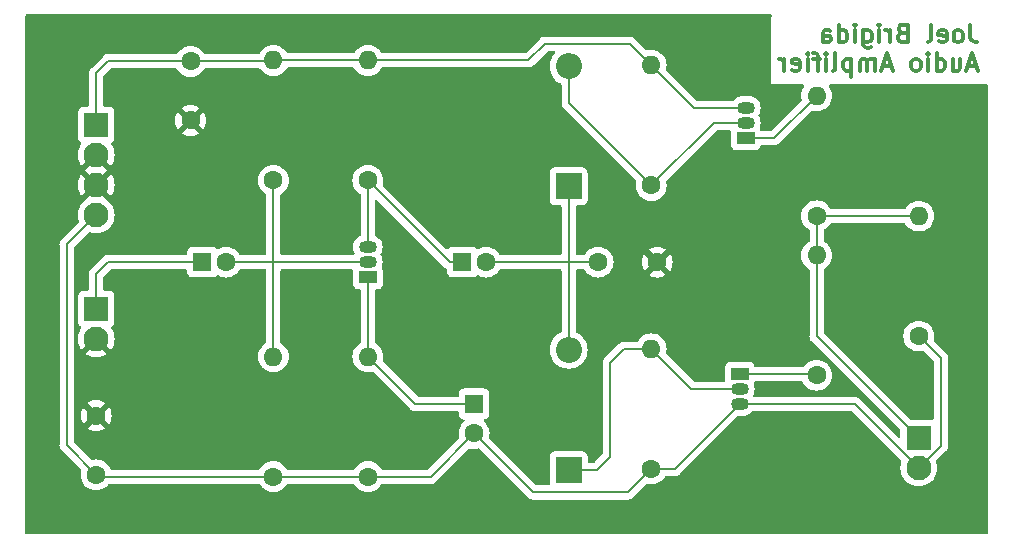
<source format=gbr>
%TF.GenerationSoftware,KiCad,Pcbnew,7.0.11-7.0.11~ubuntu20.04.1*%
%TF.CreationDate,2024-04-30T14:05:29-04:00*%
%TF.ProjectId,AudioAmpEEL,41756469-6f41-46d7-9045-454c2e6b6963,rev?*%
%TF.SameCoordinates,Original*%
%TF.FileFunction,Copper,L2,Bot*%
%TF.FilePolarity,Positive*%
%FSLAX46Y46*%
G04 Gerber Fmt 4.6, Leading zero omitted, Abs format (unit mm)*
G04 Created by KiCad (PCBNEW 7.0.11-7.0.11~ubuntu20.04.1) date 2024-04-30 14:05:29*
%MOMM*%
%LPD*%
G01*
G04 APERTURE LIST*
%ADD10C,0.300000*%
%TA.AperFunction,NonConductor*%
%ADD11C,0.300000*%
%TD*%
%TA.AperFunction,ComponentPad*%
%ADD12C,1.600000*%
%TD*%
%TA.AperFunction,ComponentPad*%
%ADD13O,1.600000X1.600000*%
%TD*%
%TA.AperFunction,ComponentPad*%
%ADD14R,1.600000X1.600000*%
%TD*%
%TA.AperFunction,ComponentPad*%
%ADD15O,2.200000X2.200000*%
%TD*%
%TA.AperFunction,ComponentPad*%
%ADD16R,2.200000X2.200000*%
%TD*%
%TA.AperFunction,ComponentPad*%
%ADD17C,2.100000*%
%TD*%
%TA.AperFunction,ComponentPad*%
%ADD18R,2.100000X2.100000*%
%TD*%
%TA.AperFunction,ComponentPad*%
%ADD19R,1.500000X1.050000*%
%TD*%
%TA.AperFunction,ComponentPad*%
%ADD20O,1.500000X1.050000*%
%TD*%
%TA.AperFunction,Conductor*%
%ADD21C,0.200000*%
%TD*%
G04 APERTURE END LIST*
D10*
D11*
X183016917Y-72885828D02*
X183016917Y-73957257D01*
X183016917Y-73957257D02*
X183088346Y-74171542D01*
X183088346Y-74171542D02*
X183231203Y-74314400D01*
X183231203Y-74314400D02*
X183445489Y-74385828D01*
X183445489Y-74385828D02*
X183588346Y-74385828D01*
X182088346Y-74385828D02*
X182231203Y-74314400D01*
X182231203Y-74314400D02*
X182302632Y-74242971D01*
X182302632Y-74242971D02*
X182374060Y-74100114D01*
X182374060Y-74100114D02*
X182374060Y-73671542D01*
X182374060Y-73671542D02*
X182302632Y-73528685D01*
X182302632Y-73528685D02*
X182231203Y-73457257D01*
X182231203Y-73457257D02*
X182088346Y-73385828D01*
X182088346Y-73385828D02*
X181874060Y-73385828D01*
X181874060Y-73385828D02*
X181731203Y-73457257D01*
X181731203Y-73457257D02*
X181659775Y-73528685D01*
X181659775Y-73528685D02*
X181588346Y-73671542D01*
X181588346Y-73671542D02*
X181588346Y-74100114D01*
X181588346Y-74100114D02*
X181659775Y-74242971D01*
X181659775Y-74242971D02*
X181731203Y-74314400D01*
X181731203Y-74314400D02*
X181874060Y-74385828D01*
X181874060Y-74385828D02*
X182088346Y-74385828D01*
X180374060Y-74314400D02*
X180516917Y-74385828D01*
X180516917Y-74385828D02*
X180802632Y-74385828D01*
X180802632Y-74385828D02*
X180945489Y-74314400D01*
X180945489Y-74314400D02*
X181016917Y-74171542D01*
X181016917Y-74171542D02*
X181016917Y-73600114D01*
X181016917Y-73600114D02*
X180945489Y-73457257D01*
X180945489Y-73457257D02*
X180802632Y-73385828D01*
X180802632Y-73385828D02*
X180516917Y-73385828D01*
X180516917Y-73385828D02*
X180374060Y-73457257D01*
X180374060Y-73457257D02*
X180302632Y-73600114D01*
X180302632Y-73600114D02*
X180302632Y-73742971D01*
X180302632Y-73742971D02*
X181016917Y-73885828D01*
X179445489Y-74385828D02*
X179588346Y-74314400D01*
X179588346Y-74314400D02*
X179659775Y-74171542D01*
X179659775Y-74171542D02*
X179659775Y-72885828D01*
X177231204Y-73600114D02*
X177016918Y-73671542D01*
X177016918Y-73671542D02*
X176945489Y-73742971D01*
X176945489Y-73742971D02*
X176874061Y-73885828D01*
X176874061Y-73885828D02*
X176874061Y-74100114D01*
X176874061Y-74100114D02*
X176945489Y-74242971D01*
X176945489Y-74242971D02*
X177016918Y-74314400D01*
X177016918Y-74314400D02*
X177159775Y-74385828D01*
X177159775Y-74385828D02*
X177731204Y-74385828D01*
X177731204Y-74385828D02*
X177731204Y-72885828D01*
X177731204Y-72885828D02*
X177231204Y-72885828D01*
X177231204Y-72885828D02*
X177088347Y-72957257D01*
X177088347Y-72957257D02*
X177016918Y-73028685D01*
X177016918Y-73028685D02*
X176945489Y-73171542D01*
X176945489Y-73171542D02*
X176945489Y-73314400D01*
X176945489Y-73314400D02*
X177016918Y-73457257D01*
X177016918Y-73457257D02*
X177088347Y-73528685D01*
X177088347Y-73528685D02*
X177231204Y-73600114D01*
X177231204Y-73600114D02*
X177731204Y-73600114D01*
X176231204Y-74385828D02*
X176231204Y-73385828D01*
X176231204Y-73671542D02*
X176159775Y-73528685D01*
X176159775Y-73528685D02*
X176088347Y-73457257D01*
X176088347Y-73457257D02*
X175945489Y-73385828D01*
X175945489Y-73385828D02*
X175802632Y-73385828D01*
X175302633Y-74385828D02*
X175302633Y-73385828D01*
X175302633Y-72885828D02*
X175374061Y-72957257D01*
X175374061Y-72957257D02*
X175302633Y-73028685D01*
X175302633Y-73028685D02*
X175231204Y-72957257D01*
X175231204Y-72957257D02*
X175302633Y-72885828D01*
X175302633Y-72885828D02*
X175302633Y-73028685D01*
X173945490Y-73385828D02*
X173945490Y-74600114D01*
X173945490Y-74600114D02*
X174016918Y-74742971D01*
X174016918Y-74742971D02*
X174088347Y-74814400D01*
X174088347Y-74814400D02*
X174231204Y-74885828D01*
X174231204Y-74885828D02*
X174445490Y-74885828D01*
X174445490Y-74885828D02*
X174588347Y-74814400D01*
X173945490Y-74314400D02*
X174088347Y-74385828D01*
X174088347Y-74385828D02*
X174374061Y-74385828D01*
X174374061Y-74385828D02*
X174516918Y-74314400D01*
X174516918Y-74314400D02*
X174588347Y-74242971D01*
X174588347Y-74242971D02*
X174659775Y-74100114D01*
X174659775Y-74100114D02*
X174659775Y-73671542D01*
X174659775Y-73671542D02*
X174588347Y-73528685D01*
X174588347Y-73528685D02*
X174516918Y-73457257D01*
X174516918Y-73457257D02*
X174374061Y-73385828D01*
X174374061Y-73385828D02*
X174088347Y-73385828D01*
X174088347Y-73385828D02*
X173945490Y-73457257D01*
X173231204Y-74385828D02*
X173231204Y-73385828D01*
X173231204Y-72885828D02*
X173302632Y-72957257D01*
X173302632Y-72957257D02*
X173231204Y-73028685D01*
X173231204Y-73028685D02*
X173159775Y-72957257D01*
X173159775Y-72957257D02*
X173231204Y-72885828D01*
X173231204Y-72885828D02*
X173231204Y-73028685D01*
X171874061Y-74385828D02*
X171874061Y-72885828D01*
X171874061Y-74314400D02*
X172016918Y-74385828D01*
X172016918Y-74385828D02*
X172302632Y-74385828D01*
X172302632Y-74385828D02*
X172445489Y-74314400D01*
X172445489Y-74314400D02*
X172516918Y-74242971D01*
X172516918Y-74242971D02*
X172588346Y-74100114D01*
X172588346Y-74100114D02*
X172588346Y-73671542D01*
X172588346Y-73671542D02*
X172516918Y-73528685D01*
X172516918Y-73528685D02*
X172445489Y-73457257D01*
X172445489Y-73457257D02*
X172302632Y-73385828D01*
X172302632Y-73385828D02*
X172016918Y-73385828D01*
X172016918Y-73385828D02*
X171874061Y-73457257D01*
X170516918Y-74385828D02*
X170516918Y-73600114D01*
X170516918Y-73600114D02*
X170588346Y-73457257D01*
X170588346Y-73457257D02*
X170731203Y-73385828D01*
X170731203Y-73385828D02*
X171016918Y-73385828D01*
X171016918Y-73385828D02*
X171159775Y-73457257D01*
X170516918Y-74314400D02*
X170659775Y-74385828D01*
X170659775Y-74385828D02*
X171016918Y-74385828D01*
X171016918Y-74385828D02*
X171159775Y-74314400D01*
X171159775Y-74314400D02*
X171231203Y-74171542D01*
X171231203Y-74171542D02*
X171231203Y-74028685D01*
X171231203Y-74028685D02*
X171159775Y-73885828D01*
X171159775Y-73885828D02*
X171016918Y-73814400D01*
X171016918Y-73814400D02*
X170659775Y-73814400D01*
X170659775Y-73814400D02*
X170516918Y-73742971D01*
X183516917Y-76372257D02*
X182802632Y-76372257D01*
X183659774Y-76800828D02*
X183159774Y-75300828D01*
X183159774Y-75300828D02*
X182659774Y-76800828D01*
X181516918Y-75800828D02*
X181516918Y-76800828D01*
X182159775Y-75800828D02*
X182159775Y-76586542D01*
X182159775Y-76586542D02*
X182088346Y-76729400D01*
X182088346Y-76729400D02*
X181945489Y-76800828D01*
X181945489Y-76800828D02*
X181731203Y-76800828D01*
X181731203Y-76800828D02*
X181588346Y-76729400D01*
X181588346Y-76729400D02*
X181516918Y-76657971D01*
X180159775Y-76800828D02*
X180159775Y-75300828D01*
X180159775Y-76729400D02*
X180302632Y-76800828D01*
X180302632Y-76800828D02*
X180588346Y-76800828D01*
X180588346Y-76800828D02*
X180731203Y-76729400D01*
X180731203Y-76729400D02*
X180802632Y-76657971D01*
X180802632Y-76657971D02*
X180874060Y-76515114D01*
X180874060Y-76515114D02*
X180874060Y-76086542D01*
X180874060Y-76086542D02*
X180802632Y-75943685D01*
X180802632Y-75943685D02*
X180731203Y-75872257D01*
X180731203Y-75872257D02*
X180588346Y-75800828D01*
X180588346Y-75800828D02*
X180302632Y-75800828D01*
X180302632Y-75800828D02*
X180159775Y-75872257D01*
X179445489Y-76800828D02*
X179445489Y-75800828D01*
X179445489Y-75300828D02*
X179516917Y-75372257D01*
X179516917Y-75372257D02*
X179445489Y-75443685D01*
X179445489Y-75443685D02*
X179374060Y-75372257D01*
X179374060Y-75372257D02*
X179445489Y-75300828D01*
X179445489Y-75300828D02*
X179445489Y-75443685D01*
X178516917Y-76800828D02*
X178659774Y-76729400D01*
X178659774Y-76729400D02*
X178731203Y-76657971D01*
X178731203Y-76657971D02*
X178802631Y-76515114D01*
X178802631Y-76515114D02*
X178802631Y-76086542D01*
X178802631Y-76086542D02*
X178731203Y-75943685D01*
X178731203Y-75943685D02*
X178659774Y-75872257D01*
X178659774Y-75872257D02*
X178516917Y-75800828D01*
X178516917Y-75800828D02*
X178302631Y-75800828D01*
X178302631Y-75800828D02*
X178159774Y-75872257D01*
X178159774Y-75872257D02*
X178088346Y-75943685D01*
X178088346Y-75943685D02*
X178016917Y-76086542D01*
X178016917Y-76086542D02*
X178016917Y-76515114D01*
X178016917Y-76515114D02*
X178088346Y-76657971D01*
X178088346Y-76657971D02*
X178159774Y-76729400D01*
X178159774Y-76729400D02*
X178302631Y-76800828D01*
X178302631Y-76800828D02*
X178516917Y-76800828D01*
X176302631Y-76372257D02*
X175588346Y-76372257D01*
X176445488Y-76800828D02*
X175945488Y-75300828D01*
X175945488Y-75300828D02*
X175445488Y-76800828D01*
X174945489Y-76800828D02*
X174945489Y-75800828D01*
X174945489Y-75943685D02*
X174874060Y-75872257D01*
X174874060Y-75872257D02*
X174731203Y-75800828D01*
X174731203Y-75800828D02*
X174516917Y-75800828D01*
X174516917Y-75800828D02*
X174374060Y-75872257D01*
X174374060Y-75872257D02*
X174302632Y-76015114D01*
X174302632Y-76015114D02*
X174302632Y-76800828D01*
X174302632Y-76015114D02*
X174231203Y-75872257D01*
X174231203Y-75872257D02*
X174088346Y-75800828D01*
X174088346Y-75800828D02*
X173874060Y-75800828D01*
X173874060Y-75800828D02*
X173731203Y-75872257D01*
X173731203Y-75872257D02*
X173659774Y-76015114D01*
X173659774Y-76015114D02*
X173659774Y-76800828D01*
X172945489Y-75800828D02*
X172945489Y-77300828D01*
X172945489Y-75872257D02*
X172802632Y-75800828D01*
X172802632Y-75800828D02*
X172516917Y-75800828D01*
X172516917Y-75800828D02*
X172374060Y-75872257D01*
X172374060Y-75872257D02*
X172302632Y-75943685D01*
X172302632Y-75943685D02*
X172231203Y-76086542D01*
X172231203Y-76086542D02*
X172231203Y-76515114D01*
X172231203Y-76515114D02*
X172302632Y-76657971D01*
X172302632Y-76657971D02*
X172374060Y-76729400D01*
X172374060Y-76729400D02*
X172516917Y-76800828D01*
X172516917Y-76800828D02*
X172802632Y-76800828D01*
X172802632Y-76800828D02*
X172945489Y-76729400D01*
X171374060Y-76800828D02*
X171516917Y-76729400D01*
X171516917Y-76729400D02*
X171588346Y-76586542D01*
X171588346Y-76586542D02*
X171588346Y-75300828D01*
X170802632Y-76800828D02*
X170802632Y-75800828D01*
X170802632Y-75300828D02*
X170874060Y-75372257D01*
X170874060Y-75372257D02*
X170802632Y-75443685D01*
X170802632Y-75443685D02*
X170731203Y-75372257D01*
X170731203Y-75372257D02*
X170802632Y-75300828D01*
X170802632Y-75300828D02*
X170802632Y-75443685D01*
X170302631Y-75800828D02*
X169731203Y-75800828D01*
X170088346Y-76800828D02*
X170088346Y-75515114D01*
X170088346Y-75515114D02*
X170016917Y-75372257D01*
X170016917Y-75372257D02*
X169874060Y-75300828D01*
X169874060Y-75300828D02*
X169731203Y-75300828D01*
X169231203Y-76800828D02*
X169231203Y-75800828D01*
X169231203Y-75300828D02*
X169302631Y-75372257D01*
X169302631Y-75372257D02*
X169231203Y-75443685D01*
X169231203Y-75443685D02*
X169159774Y-75372257D01*
X169159774Y-75372257D02*
X169231203Y-75300828D01*
X169231203Y-75300828D02*
X169231203Y-75443685D01*
X167945488Y-76729400D02*
X168088345Y-76800828D01*
X168088345Y-76800828D02*
X168374060Y-76800828D01*
X168374060Y-76800828D02*
X168516917Y-76729400D01*
X168516917Y-76729400D02*
X168588345Y-76586542D01*
X168588345Y-76586542D02*
X168588345Y-76015114D01*
X168588345Y-76015114D02*
X168516917Y-75872257D01*
X168516917Y-75872257D02*
X168374060Y-75800828D01*
X168374060Y-75800828D02*
X168088345Y-75800828D01*
X168088345Y-75800828D02*
X167945488Y-75872257D01*
X167945488Y-75872257D02*
X167874060Y-76015114D01*
X167874060Y-76015114D02*
X167874060Y-76157971D01*
X167874060Y-76157971D02*
X168588345Y-76300828D01*
X167231203Y-76800828D02*
X167231203Y-75800828D01*
X167231203Y-76086542D02*
X167159774Y-75943685D01*
X167159774Y-75943685D02*
X167088346Y-75872257D01*
X167088346Y-75872257D02*
X166945488Y-75800828D01*
X166945488Y-75800828D02*
X166802631Y-75800828D01*
D12*
%TO.P,R3,1*%
%TO.N,Net-(D1-A)*%
X156000000Y-86500000D03*
D13*
%TO.P,R3,2*%
%TO.N,/Vcc (+9V)*%
X156000000Y-76340000D03*
%TD*%
D14*
%TO.P,C3,1*%
%TO.N,Net-(Q1-E)*%
X141000000Y-105000000D03*
D12*
%TO.P,C3,2*%
%TO.N,/Vee (-9V)*%
X141000000Y-107500000D03*
%TD*%
D14*
%TO.P,C2,1*%
%TO.N,Net-(Q1-C)*%
X140000000Y-93000000D03*
D12*
%TO.P,C2,2*%
%TO.N,Net-(D1-K)*%
X142000000Y-93000000D03*
%TD*%
D15*
%TO.P,D2,2,A*%
%TO.N,Net-(D1-K)*%
X149000000Y-100420000D03*
D16*
%TO.P,D2,1,K*%
%TO.N,Net-(D2-K)*%
X149000000Y-110580000D03*
%TD*%
D17*
%TO.P,J3,4,Pin_4*%
%TO.N,/Vee (-9V)*%
X109000000Y-89000000D03*
%TO.P,J3,3,Pin_3*%
%TO.N,GNDREF*%
X109000000Y-86460000D03*
%TO.P,J3,2,Pin_2*%
X109000000Y-83920000D03*
D18*
%TO.P,J3,1,Pin_1*%
%TO.N,/Vcc (+9V)*%
X109000000Y-81380000D03*
%TD*%
D12*
%TO.P,RLoad1,1*%
%TO.N,/Vee (-9V)*%
X178650000Y-99260000D03*
D13*
%TO.P,RLoad1,2*%
%TO.N,/Vout*%
X178650000Y-89100000D03*
%TD*%
%TO.P,R4,2*%
%TO.N,Net-(D2-K)*%
X156000000Y-100340000D03*
D12*
%TO.P,R4,1*%
%TO.N,/Vee (-9V)*%
X156000000Y-110500000D03*
%TD*%
%TO.P,C6,1*%
%TO.N,/Vee (-9V)*%
X109000000Y-111000000D03*
%TO.P,C6,2*%
%TO.N,GNDREF*%
X109000000Y-106000000D03*
%TD*%
D18*
%TO.P,J1,1,Pin_1*%
%TO.N,/Vin*%
X109000000Y-96960000D03*
D17*
%TO.P,J1,2,Pin_2*%
%TO.N,GNDREF*%
X109000000Y-99500000D03*
%TD*%
D19*
%TO.P,Q3,1,E*%
%TO.N,Net-(Q3-E)*%
X163500000Y-102460000D03*
D20*
%TO.P,Q3,2,B*%
%TO.N,Net-(D2-K)*%
X163500000Y-103730000D03*
%TO.P,Q3,3,C*%
%TO.N,/Vee (-9V)*%
X163500000Y-105000000D03*
%TD*%
D19*
%TO.P,Q2,1,E*%
%TO.N,Net-(Q2-E)*%
X164000000Y-82500000D03*
D20*
%TO.P,Q2,2,B*%
%TO.N,Net-(D1-A)*%
X164000000Y-81230000D03*
%TO.P,Q2,3,C*%
%TO.N,/Vcc (+9V)*%
X164000000Y-79960000D03*
%TD*%
D19*
%TO.P,Q1,1,E*%
%TO.N,Net-(Q1-E)*%
X132000000Y-94270000D03*
D20*
%TO.P,Q1,2,B*%
%TO.N,Net-(Q1-B)*%
X132000000Y-93000000D03*
%TO.P,Q1,3,C*%
%TO.N,Net-(Q1-C)*%
X132000000Y-91730000D03*
%TD*%
D14*
%TO.P,C1,1*%
%TO.N,/Vin*%
X118000000Y-93000000D03*
D12*
%TO.P,C1,2*%
%TO.N,Net-(Q1-B)*%
X120000000Y-93000000D03*
%TD*%
D13*
%TO.P,R5,2*%
%TO.N,/Vout*%
X170000000Y-92420000D03*
D12*
%TO.P,R5,1*%
%TO.N,Net-(Q3-E)*%
X170000000Y-102580000D03*
%TD*%
%TO.P,Rc1,1*%
%TO.N,Net-(Q1-C)*%
X132000000Y-86080000D03*
D13*
%TO.P,Rc1,2*%
%TO.N,/Vcc (+9V)*%
X132000000Y-75920000D03*
%TD*%
D12*
%TO.P,C5,2*%
%TO.N,GNDREF*%
X156500000Y-93000000D03*
%TO.P,C5,1*%
%TO.N,Net-(D1-K)*%
X151500000Y-93000000D03*
%TD*%
%TO.P,C4,2*%
%TO.N,/Vcc (+9V)*%
X117000000Y-76000000D03*
%TO.P,C4,1*%
%TO.N,GNDREF*%
X117000000Y-81000000D03*
%TD*%
D17*
%TO.P,J2,2,Pin_2*%
%TO.N,/Vee (-9V)*%
X178640000Y-110430000D03*
D18*
%TO.P,J2,1,Pin_1*%
%TO.N,/Vout*%
X178640000Y-107890000D03*
%TD*%
D13*
%TO.P,R6,2*%
%TO.N,Net-(Q2-E)*%
X170000000Y-78920000D03*
D12*
%TO.P,R6,1*%
%TO.N,/Vout*%
X170000000Y-89080000D03*
%TD*%
D15*
%TO.P,D1,2,A*%
%TO.N,Net-(D1-A)*%
X149000000Y-76420000D03*
D16*
%TO.P,D1,1,K*%
%TO.N,Net-(D1-K)*%
X149000000Y-86580000D03*
%TD*%
D12*
%TO.P,R1,1*%
%TO.N,Net-(Q1-B)*%
X124000000Y-86080000D03*
D13*
%TO.P,R1,2*%
%TO.N,/Vcc (+9V)*%
X124000000Y-75920000D03*
%TD*%
D12*
%TO.P,Re1,1*%
%TO.N,/Vee (-9V)*%
X132000000Y-111160000D03*
D13*
%TO.P,Re1,2*%
%TO.N,Net-(Q1-E)*%
X132000000Y-101000000D03*
%TD*%
%TO.P,R2,2*%
%TO.N,Net-(Q1-B)*%
X124000000Y-101000000D03*
D12*
%TO.P,R2,1*%
%TO.N,/Vee (-9V)*%
X124000000Y-111160000D03*
%TD*%
D21*
%TO.N,Net-(D1-A)*%
X149000000Y-76420000D02*
X149000000Y-79500000D01*
X149000000Y-79500000D02*
X156000000Y-86500000D01*
%TO.N,/Vout*%
X170000000Y-92420000D02*
X170000000Y-99250000D01*
X170000000Y-99250000D02*
X178640000Y-107890000D01*
%TO.N,Net-(D2-K)*%
X156000000Y-100340000D02*
X159390000Y-103730000D01*
X159390000Y-103730000D02*
X163500000Y-103730000D01*
%TO.N,/Vee (-9V)*%
X156000000Y-110500000D02*
X158000000Y-110500000D01*
X158000000Y-110500000D02*
X163500000Y-105000000D01*
%TO.N,Net-(Q1-E)*%
X141000000Y-105000000D02*
X136000000Y-105000000D01*
X136000000Y-105000000D02*
X132000000Y-101000000D01*
%TO.N,Net-(Q1-C)*%
X140000000Y-93000000D02*
X138920000Y-93000000D01*
X138920000Y-93000000D02*
X132000000Y-86080000D01*
%TO.N,/Vee (-9V)*%
X106500000Y-91500000D02*
X106500000Y-108500000D01*
X106500000Y-108500000D02*
X109000000Y-111000000D01*
X109000000Y-89000000D02*
X106500000Y-91500000D01*
X178640000Y-110430000D02*
X173210000Y-105000000D01*
X173210000Y-105000000D02*
X163500000Y-105000000D01*
X178650000Y-99260000D02*
X180500000Y-101110000D01*
X180500000Y-101110000D02*
X180500000Y-108570000D01*
X180500000Y-108570000D02*
X178640000Y-110430000D01*
%TO.N,/Vout*%
X170000000Y-89080000D02*
X178630000Y-89080000D01*
X178630000Y-89080000D02*
X178650000Y-89100000D01*
%TO.N,Net-(Q2-E)*%
X170000000Y-78920000D02*
X166420000Y-82500000D01*
X166420000Y-82500000D02*
X164000000Y-82500000D01*
%TO.N,Net-(D1-A)*%
X164000000Y-81230000D02*
X161270000Y-81230000D01*
X161270000Y-81230000D02*
X156000000Y-86500000D01*
%TO.N,/Vcc (+9V)*%
X164000000Y-79960000D02*
X159620000Y-79960000D01*
X159620000Y-79960000D02*
X156000000Y-76340000D01*
%TO.N,/Vee (-9V)*%
X141000000Y-107500000D02*
X146000000Y-112500000D01*
X146000000Y-112500000D02*
X154000000Y-112500000D01*
X154000000Y-112500000D02*
X156000000Y-110500000D01*
%TO.N,Net-(D2-K)*%
X149000000Y-110580000D02*
X151420000Y-110580000D01*
X151420000Y-110580000D02*
X152500000Y-109500000D01*
X153660000Y-100340000D02*
X156000000Y-100340000D01*
X152500000Y-109500000D02*
X152500000Y-101500000D01*
X152500000Y-101500000D02*
X153660000Y-100340000D01*
%TO.N,Net-(Q3-E)*%
X163500000Y-102460000D02*
X169880000Y-102460000D01*
X169880000Y-102460000D02*
X170000000Y-102580000D01*
%TO.N,/Vcc (+9V)*%
X132000000Y-75920000D02*
X145580000Y-75920000D01*
X145580000Y-75920000D02*
X147000000Y-74500000D01*
X147000000Y-74500000D02*
X154160000Y-74500000D01*
X154160000Y-74500000D02*
X156000000Y-76340000D01*
%TO.N,/Vin*%
X109000000Y-94000000D02*
X110000000Y-93000000D01*
X109000000Y-96960000D02*
X109000000Y-94000000D01*
X110000000Y-93000000D02*
X118000000Y-93000000D01*
%TO.N,/Vee (-9V)*%
X124000000Y-111160000D02*
X109160000Y-111160000D01*
X109160000Y-111160000D02*
X109000000Y-111000000D01*
%TO.N,Net-(D1-K)*%
X149000000Y-93000000D02*
X142000000Y-93000000D01*
X149000000Y-86580000D02*
X149000000Y-93000000D01*
X149000000Y-93000000D02*
X149000000Y-100420000D01*
X151500000Y-93000000D02*
X149000000Y-93000000D01*
%TO.N,/Vout*%
X170000000Y-93000000D02*
X170000000Y-89080000D01*
%TO.N,Net-(Q1-C)*%
X132000000Y-91730000D02*
X132000000Y-86080000D01*
%TO.N,Net-(Q1-E)*%
X132000000Y-94270000D02*
X132000000Y-101000000D01*
%TO.N,/Vee (-9V)*%
X132000000Y-111160000D02*
X137340000Y-111160000D01*
X137340000Y-111160000D02*
X141000000Y-107500000D01*
X124000000Y-111160000D02*
X132000000Y-111160000D01*
%TO.N,Net-(Q1-B)*%
X132000000Y-93000000D02*
X124000000Y-93000000D01*
X124000000Y-101000000D02*
X124000000Y-93000000D01*
X124000000Y-93000000D02*
X124000000Y-92000000D01*
X120000000Y-93000000D02*
X124000000Y-93000000D01*
X124000000Y-92000000D02*
X124000000Y-86080000D01*
%TO.N,/Vcc (+9V)*%
X124000000Y-75920000D02*
X132000000Y-75920000D01*
X117000000Y-76000000D02*
X123920000Y-76000000D01*
X123920000Y-76000000D02*
X124000000Y-75920000D01*
X109000000Y-77000000D02*
X110000000Y-76000000D01*
X109000000Y-81380000D02*
X109000000Y-77000000D01*
X110000000Y-76000000D02*
X117000000Y-76000000D01*
%TD*%
%TA.AperFunction,Conductor*%
%TO.N,GNDREF*%
G36*
X166144054Y-72020185D02*
G01*
X166189809Y-72072989D01*
X166199753Y-72142147D01*
X166170728Y-72205703D01*
X166164696Y-72212181D01*
X166146840Y-72230037D01*
X166146840Y-77956619D01*
X168848747Y-77956619D01*
X168915786Y-77976304D01*
X168961541Y-78029108D01*
X168971485Y-78098266D01*
X168950322Y-78151742D01*
X168869432Y-78267265D01*
X168869431Y-78267267D01*
X168773261Y-78473502D01*
X168773258Y-78473511D01*
X168714366Y-78693302D01*
X168714364Y-78693313D01*
X168694532Y-78919998D01*
X168694532Y-78920001D01*
X168714364Y-79146686D01*
X168714366Y-79146697D01*
X168740152Y-79242931D01*
X168738489Y-79312781D01*
X168708058Y-79362705D01*
X166207584Y-81863181D01*
X166146261Y-81896666D01*
X166119903Y-81899500D01*
X165342115Y-81899500D01*
X165275076Y-81879815D01*
X165229321Y-81827011D01*
X165225933Y-81818833D01*
X165193797Y-81732671D01*
X165189546Y-81724886D01*
X165191621Y-81723752D01*
X165171671Y-81670274D01*
X165176694Y-81625423D01*
X165177021Y-81624344D01*
X165177023Y-81624341D01*
X165235662Y-81431033D01*
X165255462Y-81230000D01*
X165235662Y-81028967D01*
X165177023Y-80835659D01*
X165081798Y-80657506D01*
X165081794Y-80657502D01*
X165079631Y-80653454D01*
X165065389Y-80585051D01*
X165079631Y-80536546D01*
X165081794Y-80532498D01*
X165081798Y-80532494D01*
X165177023Y-80354341D01*
X165235662Y-80161033D01*
X165255462Y-79960000D01*
X165235662Y-79758967D01*
X165177023Y-79565659D01*
X165177021Y-79565656D01*
X165177021Y-79565654D01*
X165081801Y-79387511D01*
X165081799Y-79387509D01*
X165081798Y-79387506D01*
X165019900Y-79312083D01*
X164953647Y-79231352D01*
X164797495Y-79103203D01*
X164797488Y-79103198D01*
X164619345Y-79007978D01*
X164426031Y-78949337D01*
X164315900Y-78938490D01*
X164275380Y-78934500D01*
X163724620Y-78934500D01*
X163687433Y-78938162D01*
X163573968Y-78949337D01*
X163380654Y-79007978D01*
X163202511Y-79103198D01*
X163202504Y-79103203D01*
X163046353Y-79231352D01*
X162978392Y-79314164D01*
X162920646Y-79353499D01*
X162882538Y-79359500D01*
X159920097Y-79359500D01*
X159853058Y-79339815D01*
X159832416Y-79323181D01*
X157291941Y-76782706D01*
X157258456Y-76721383D01*
X157259847Y-76662931D01*
X157285635Y-76566692D01*
X157305468Y-76340000D01*
X157285635Y-76113308D01*
X157226739Y-75893504D01*
X157130568Y-75687266D01*
X157000047Y-75500861D01*
X157000045Y-75500858D01*
X156839141Y-75339954D01*
X156652734Y-75209432D01*
X156652732Y-75209431D01*
X156446497Y-75113261D01*
X156446488Y-75113258D01*
X156226697Y-75054366D01*
X156226693Y-75054365D01*
X156226692Y-75054365D01*
X156226691Y-75054364D01*
X156226686Y-75054364D01*
X156000002Y-75034532D01*
X155999998Y-75034532D01*
X155773313Y-75054364D01*
X155773302Y-75054366D01*
X155677067Y-75080152D01*
X155607217Y-75078489D01*
X155557293Y-75048058D01*
X154618199Y-74108964D01*
X154607504Y-74096769D01*
X154588283Y-74071719D01*
X154588279Y-74071716D01*
X154462841Y-73975464D01*
X154316762Y-73914956D01*
X154316760Y-73914955D01*
X154199361Y-73899500D01*
X154160000Y-73894318D01*
X154128697Y-73898439D01*
X154112513Y-73899500D01*
X147047487Y-73899500D01*
X147031302Y-73898439D01*
X147000000Y-73894318D01*
X146960639Y-73899500D01*
X146843239Y-73914955D01*
X146843237Y-73914956D01*
X146697157Y-73975464D01*
X146571718Y-74071716D01*
X146552489Y-74096775D01*
X146541798Y-74108965D01*
X145367584Y-75283181D01*
X145306261Y-75316666D01*
X145279903Y-75319500D01*
X133231692Y-75319500D01*
X133164653Y-75299815D01*
X133130119Y-75266625D01*
X133000047Y-75080861D01*
X133000045Y-75080858D01*
X132839141Y-74919954D01*
X132652734Y-74789432D01*
X132652732Y-74789431D01*
X132446497Y-74693261D01*
X132446488Y-74693258D01*
X132226697Y-74634366D01*
X132226693Y-74634365D01*
X132226692Y-74634365D01*
X132226691Y-74634364D01*
X132226686Y-74634364D01*
X132000002Y-74614532D01*
X131999998Y-74614532D01*
X131773313Y-74634364D01*
X131773302Y-74634366D01*
X131553511Y-74693258D01*
X131553502Y-74693261D01*
X131347267Y-74789431D01*
X131347265Y-74789432D01*
X131160858Y-74919954D01*
X130999954Y-75080858D01*
X130935445Y-75172989D01*
X130869881Y-75266624D01*
X130815307Y-75310248D01*
X130768308Y-75319500D01*
X125231692Y-75319500D01*
X125164653Y-75299815D01*
X125130119Y-75266625D01*
X125000047Y-75080861D01*
X125000045Y-75080858D01*
X124839141Y-74919954D01*
X124652734Y-74789432D01*
X124652732Y-74789431D01*
X124446497Y-74693261D01*
X124446488Y-74693258D01*
X124226697Y-74634366D01*
X124226693Y-74634365D01*
X124226692Y-74634365D01*
X124226691Y-74634364D01*
X124226686Y-74634364D01*
X124000002Y-74614532D01*
X123999998Y-74614532D01*
X123773313Y-74634364D01*
X123773302Y-74634366D01*
X123553511Y-74693258D01*
X123553502Y-74693261D01*
X123347267Y-74789431D01*
X123347265Y-74789432D01*
X123160858Y-74919954D01*
X122999954Y-75080858D01*
X122869432Y-75267265D01*
X122869429Y-75267271D01*
X122841156Y-75327904D01*
X122794984Y-75380344D01*
X122728774Y-75399500D01*
X118231692Y-75399500D01*
X118164653Y-75379815D01*
X118130119Y-75346625D01*
X118000047Y-75160861D01*
X118000045Y-75160858D01*
X117839141Y-74999954D01*
X117652734Y-74869432D01*
X117652732Y-74869431D01*
X117446497Y-74773261D01*
X117446488Y-74773258D01*
X117226697Y-74714366D01*
X117226693Y-74714365D01*
X117226692Y-74714365D01*
X117226691Y-74714364D01*
X117226686Y-74714364D01*
X117000002Y-74694532D01*
X116999998Y-74694532D01*
X116773313Y-74714364D01*
X116773302Y-74714366D01*
X116553511Y-74773258D01*
X116553502Y-74773261D01*
X116347267Y-74869431D01*
X116347265Y-74869432D01*
X116160858Y-74999954D01*
X115999954Y-75160858D01*
X115943036Y-75242147D01*
X115869881Y-75346624D01*
X115815307Y-75390248D01*
X115768308Y-75399500D01*
X110047494Y-75399500D01*
X110031308Y-75398439D01*
X110000001Y-75394317D01*
X109999999Y-75394317D01*
X109843238Y-75414955D01*
X109697160Y-75475463D01*
X109571714Y-75571721D01*
X109552495Y-75596769D01*
X109541800Y-75608964D01*
X108608965Y-76541798D01*
X108596775Y-76552489D01*
X108571716Y-76571718D01*
X108495423Y-76671145D01*
X108495424Y-76671146D01*
X108475463Y-76697159D01*
X108475461Y-76697163D01*
X108414957Y-76843234D01*
X108414955Y-76843239D01*
X108394318Y-76999998D01*
X108394318Y-77000000D01*
X108398439Y-77031301D01*
X108399500Y-77047487D01*
X108399500Y-79705500D01*
X108379815Y-79772539D01*
X108327011Y-79818294D01*
X108275500Y-79829500D01*
X107902130Y-79829500D01*
X107902123Y-79829501D01*
X107842516Y-79835908D01*
X107707671Y-79886202D01*
X107707664Y-79886206D01*
X107592455Y-79972452D01*
X107592452Y-79972455D01*
X107506206Y-80087664D01*
X107506202Y-80087671D01*
X107455908Y-80222517D01*
X107450317Y-80274526D01*
X107449501Y-80282123D01*
X107449500Y-80282135D01*
X107449500Y-82477870D01*
X107449501Y-82477876D01*
X107455908Y-82537483D01*
X107506202Y-82672328D01*
X107506206Y-82672335D01*
X107575358Y-82764709D01*
X107592454Y-82787546D01*
X107696434Y-82865386D01*
X107738305Y-82921319D01*
X107743289Y-82991011D01*
X107727851Y-83029441D01*
X107614667Y-83214140D01*
X107521303Y-83439542D01*
X107464348Y-83676780D01*
X107445207Y-83920000D01*
X107464348Y-84163219D01*
X107521303Y-84400457D01*
X107614668Y-84625861D01*
X107738504Y-84827941D01*
X108474070Y-84092374D01*
X108476884Y-84105915D01*
X108546442Y-84240156D01*
X108649638Y-84350652D01*
X108778819Y-84429209D01*
X108830002Y-84443549D01*
X108091339Y-85182212D01*
X108091339Y-85197785D01*
X108828432Y-85934878D01*
X108711542Y-85985651D01*
X108594261Y-86081066D01*
X108507072Y-86204585D01*
X108476645Y-86290198D01*
X107738504Y-85552057D01*
X107614668Y-85754138D01*
X107521303Y-85979542D01*
X107464348Y-86216780D01*
X107445207Y-86460000D01*
X107464348Y-86703219D01*
X107521303Y-86940457D01*
X107614668Y-87165861D01*
X107738504Y-87367941D01*
X108474070Y-86632375D01*
X108476884Y-86645915D01*
X108546442Y-86780156D01*
X108649638Y-86890652D01*
X108778819Y-86969209D01*
X108830002Y-86983550D01*
X108069973Y-87743579D01*
X108043263Y-87778088D01*
X107900241Y-87900241D01*
X107741738Y-88085823D01*
X107741737Y-88085826D01*
X107614222Y-88293910D01*
X107520830Y-88519380D01*
X107463853Y-88756702D01*
X107444706Y-89000000D01*
X107463853Y-89243297D01*
X107463853Y-89243300D01*
X107463854Y-89243302D01*
X107483876Y-89326697D01*
X107520829Y-89480616D01*
X107532857Y-89509653D01*
X107540326Y-89579122D01*
X107509051Y-89641601D01*
X107505977Y-89644786D01*
X106108965Y-91041798D01*
X106096775Y-91052489D01*
X106071716Y-91071718D01*
X106005891Y-91157505D01*
X105975464Y-91197158D01*
X105975461Y-91197163D01*
X105914957Y-91343234D01*
X105914955Y-91343239D01*
X105894318Y-91499998D01*
X105894318Y-91499999D01*
X105898439Y-91531301D01*
X105899500Y-91547487D01*
X105899500Y-108452512D01*
X105898439Y-108468697D01*
X105894318Y-108499998D01*
X105894318Y-108500000D01*
X105899500Y-108539360D01*
X105899500Y-108539361D01*
X105914955Y-108656760D01*
X105914956Y-108656762D01*
X105968336Y-108785634D01*
X105975464Y-108802841D01*
X105977480Y-108805468D01*
X106071719Y-108928283D01*
X106096769Y-108947504D01*
X106108964Y-108958199D01*
X107708058Y-110557293D01*
X107741543Y-110618616D01*
X107740152Y-110677067D01*
X107714366Y-110773302D01*
X107714364Y-110773313D01*
X107694532Y-110999998D01*
X107694532Y-110999999D01*
X107714364Y-111226686D01*
X107714366Y-111226697D01*
X107773258Y-111446488D01*
X107773261Y-111446497D01*
X107824689Y-111556783D01*
X107869432Y-111652734D01*
X107891699Y-111684535D01*
X107999954Y-111839141D01*
X108160858Y-112000045D01*
X108160861Y-112000047D01*
X108347266Y-112130568D01*
X108553504Y-112226739D01*
X108773308Y-112285635D01*
X108935230Y-112299801D01*
X108999998Y-112305468D01*
X109000000Y-112305468D01*
X109000002Y-112305468D01*
X109056673Y-112300509D01*
X109226692Y-112285635D01*
X109446496Y-112226739D01*
X109652734Y-112130568D01*
X109839139Y-112000047D01*
X110000047Y-111839139D01*
X110018086Y-111813377D01*
X110072663Y-111769752D01*
X110119661Y-111760500D01*
X122768308Y-111760500D01*
X122835347Y-111780185D01*
X122869880Y-111813374D01*
X122930186Y-111899500D01*
X122999954Y-111999141D01*
X123160858Y-112160045D01*
X123160861Y-112160047D01*
X123347266Y-112290568D01*
X123553504Y-112386739D01*
X123773308Y-112445635D01*
X123935230Y-112459801D01*
X123999998Y-112465468D01*
X124000000Y-112465468D01*
X124000002Y-112465468D01*
X124056673Y-112460509D01*
X124226692Y-112445635D01*
X124446496Y-112386739D01*
X124652734Y-112290568D01*
X124839139Y-112160047D01*
X125000047Y-111999139D01*
X125130118Y-111813375D01*
X125184693Y-111769752D01*
X125231692Y-111760500D01*
X130768308Y-111760500D01*
X130835347Y-111780185D01*
X130869880Y-111813374D01*
X130930186Y-111899500D01*
X130999954Y-111999141D01*
X131160858Y-112160045D01*
X131160861Y-112160047D01*
X131347266Y-112290568D01*
X131553504Y-112386739D01*
X131773308Y-112445635D01*
X131935230Y-112459801D01*
X131999998Y-112465468D01*
X132000000Y-112465468D01*
X132000002Y-112465468D01*
X132056673Y-112460509D01*
X132226692Y-112445635D01*
X132446496Y-112386739D01*
X132652734Y-112290568D01*
X132839139Y-112160047D01*
X133000047Y-111999139D01*
X133130118Y-111813375D01*
X133184693Y-111769752D01*
X133231692Y-111760500D01*
X137292513Y-111760500D01*
X137308697Y-111761560D01*
X137340000Y-111765682D01*
X137340001Y-111765682D01*
X137394887Y-111758456D01*
X137496762Y-111745044D01*
X137642841Y-111684536D01*
X137684286Y-111652734D01*
X137768282Y-111588282D01*
X137787509Y-111563223D01*
X137798190Y-111551043D01*
X140557294Y-108791939D01*
X140618615Y-108758456D01*
X140677066Y-108759847D01*
X140683273Y-108761510D01*
X140773308Y-108785635D01*
X140935230Y-108799801D01*
X140999998Y-108805468D01*
X141000000Y-108805468D01*
X141000002Y-108805468D01*
X141056673Y-108800509D01*
X141226692Y-108785635D01*
X141322932Y-108759847D01*
X141392781Y-108761510D01*
X141442706Y-108791941D01*
X145541799Y-112891034D01*
X145552493Y-112903228D01*
X145571715Y-112928279D01*
X145571716Y-112928280D01*
X145571718Y-112928282D01*
X145697159Y-113024536D01*
X145843238Y-113085044D01*
X145921619Y-113095363D01*
X145999999Y-113105682D01*
X146000000Y-113105682D01*
X146031302Y-113101560D01*
X146047487Y-113100500D01*
X153952513Y-113100500D01*
X153968697Y-113101560D01*
X154000000Y-113105682D01*
X154000001Y-113105682D01*
X154052254Y-113098802D01*
X154156762Y-113085044D01*
X154302841Y-113024536D01*
X154428282Y-112928282D01*
X154447509Y-112903223D01*
X154458190Y-112891043D01*
X155557294Y-111791939D01*
X155618615Y-111758456D01*
X155677066Y-111759847D01*
X155686023Y-111762247D01*
X155773308Y-111785635D01*
X155935230Y-111799801D01*
X155999998Y-111805468D01*
X156000000Y-111805468D01*
X156000002Y-111805468D01*
X156056673Y-111800509D01*
X156226692Y-111785635D01*
X156446496Y-111726739D01*
X156652734Y-111630568D01*
X156839139Y-111500047D01*
X157000047Y-111339139D01*
X157130118Y-111153375D01*
X157184693Y-111109752D01*
X157231692Y-111100500D01*
X157952513Y-111100500D01*
X157968697Y-111101560D01*
X158000000Y-111105682D01*
X158000001Y-111105682D01*
X158052254Y-111098802D01*
X158156762Y-111085044D01*
X158302841Y-111024536D01*
X158334817Y-111000000D01*
X158428282Y-110928282D01*
X158447510Y-110903222D01*
X158458189Y-110891044D01*
X163287416Y-106061819D01*
X163348739Y-106028334D01*
X163375097Y-106025500D01*
X163775377Y-106025500D01*
X163775380Y-106025500D01*
X163926033Y-106010662D01*
X164119341Y-105952023D01*
X164297494Y-105856798D01*
X164453647Y-105728647D01*
X164514987Y-105653902D01*
X164521608Y-105645836D01*
X164579354Y-105606501D01*
X164617462Y-105600500D01*
X172909903Y-105600500D01*
X172976942Y-105620185D01*
X172997584Y-105636819D01*
X177145977Y-109785212D01*
X177179462Y-109846535D01*
X177174478Y-109916227D01*
X177172858Y-109920345D01*
X177160829Y-109949385D01*
X177103853Y-110186702D01*
X177084706Y-110430000D01*
X177103853Y-110673297D01*
X177103853Y-110673300D01*
X177103854Y-110673302D01*
X177139777Y-110822931D01*
X177160830Y-110910619D01*
X177254222Y-111136089D01*
X177381737Y-111344173D01*
X177381738Y-111344176D01*
X177381741Y-111344179D01*
X177540241Y-111529759D01*
X177683897Y-111652453D01*
X177725823Y-111688261D01*
X177725826Y-111688262D01*
X177933910Y-111815777D01*
X178159381Y-111909169D01*
X178159378Y-111909169D01*
X178159384Y-111909170D01*
X178159388Y-111909172D01*
X178396698Y-111966146D01*
X178640000Y-111985294D01*
X178883302Y-111966146D01*
X179120612Y-111909172D01*
X179346089Y-111815777D01*
X179554179Y-111688259D01*
X179739759Y-111529759D01*
X179898259Y-111344179D01*
X180025777Y-111136089D01*
X180119172Y-110910612D01*
X180176146Y-110673302D01*
X180195294Y-110430000D01*
X180176146Y-110186698D01*
X180119172Y-109949388D01*
X180107141Y-109920344D01*
X180099672Y-109850880D01*
X180130945Y-109788400D01*
X180133993Y-109785240D01*
X180891043Y-109028190D01*
X180903223Y-109017509D01*
X180928282Y-108998282D01*
X181024536Y-108872841D01*
X181085044Y-108726762D01*
X181100500Y-108609361D01*
X181105682Y-108570000D01*
X181101561Y-108538697D01*
X181100500Y-108522512D01*
X181100500Y-101157487D01*
X181101561Y-101141301D01*
X181105682Y-101110000D01*
X181105682Y-101109998D01*
X181088148Y-100976819D01*
X181085044Y-100953238D01*
X181024536Y-100807159D01*
X180970536Y-100736785D01*
X180928282Y-100681718D01*
X180914507Y-100671148D01*
X180903228Y-100662493D01*
X180891034Y-100651799D01*
X179941941Y-99702706D01*
X179908456Y-99641383D01*
X179909847Y-99582931D01*
X179917910Y-99552841D01*
X179935635Y-99486692D01*
X179955468Y-99260000D01*
X179953204Y-99234127D01*
X179935635Y-99033313D01*
X179935635Y-99033308D01*
X179876739Y-98813504D01*
X179780568Y-98607266D01*
X179650047Y-98420861D01*
X179650045Y-98420858D01*
X179489141Y-98259954D01*
X179302734Y-98129432D01*
X179302732Y-98129431D01*
X179096497Y-98033261D01*
X179096488Y-98033258D01*
X178876697Y-97974366D01*
X178876693Y-97974365D01*
X178876692Y-97974365D01*
X178876691Y-97974364D01*
X178876686Y-97974364D01*
X178650002Y-97954532D01*
X178649998Y-97954532D01*
X178423313Y-97974364D01*
X178423302Y-97974366D01*
X178203511Y-98033258D01*
X178203502Y-98033261D01*
X177997267Y-98129431D01*
X177997265Y-98129432D01*
X177810858Y-98259954D01*
X177649954Y-98420858D01*
X177519432Y-98607265D01*
X177519431Y-98607267D01*
X177423261Y-98813502D01*
X177423258Y-98813511D01*
X177364366Y-99033302D01*
X177364364Y-99033313D01*
X177344532Y-99259998D01*
X177344532Y-99260001D01*
X177364364Y-99486686D01*
X177364366Y-99486697D01*
X177423258Y-99706488D01*
X177423261Y-99706497D01*
X177519431Y-99912732D01*
X177519432Y-99912734D01*
X177649954Y-100099141D01*
X177810858Y-100260045D01*
X177810861Y-100260047D01*
X177997266Y-100390568D01*
X178203504Y-100486739D01*
X178423308Y-100545635D01*
X178585230Y-100559801D01*
X178649998Y-100565468D01*
X178650000Y-100565468D01*
X178650002Y-100565468D01*
X178706673Y-100560509D01*
X178876692Y-100545635D01*
X178972932Y-100519847D01*
X179042781Y-100521510D01*
X179092706Y-100551941D01*
X179863181Y-101322416D01*
X179896666Y-101383739D01*
X179899500Y-101410097D01*
X179899500Y-106218831D01*
X179879815Y-106285870D01*
X179827011Y-106331625D01*
X179762247Y-106342120D01*
X179737873Y-106339500D01*
X179737867Y-106339500D01*
X177990097Y-106339500D01*
X177923058Y-106319815D01*
X177902416Y-106303181D01*
X170636819Y-99037584D01*
X170603334Y-98976261D01*
X170600500Y-98949903D01*
X170600500Y-93651692D01*
X170620185Y-93584653D01*
X170653374Y-93550119D01*
X170839139Y-93420047D01*
X171000047Y-93259139D01*
X171130568Y-93072734D01*
X171226739Y-92866496D01*
X171285635Y-92646692D01*
X171305468Y-92420000D01*
X171303674Y-92399500D01*
X171299105Y-92347266D01*
X171285635Y-92193308D01*
X171226739Y-91973504D01*
X171130568Y-91767266D01*
X171000047Y-91580861D01*
X171000045Y-91580858D01*
X170839140Y-91419953D01*
X170653377Y-91289881D01*
X170609752Y-91235304D01*
X170600500Y-91188306D01*
X170600500Y-90311692D01*
X170620185Y-90244653D01*
X170653374Y-90210119D01*
X170839139Y-90080047D01*
X171000047Y-89919139D01*
X171130118Y-89733375D01*
X171184693Y-89689752D01*
X171231692Y-89680500D01*
X177406752Y-89680500D01*
X177473791Y-89700185D01*
X177515974Y-89748475D01*
X177516724Y-89748043D01*
X177518921Y-89751848D01*
X177519132Y-89752090D01*
X177519431Y-89752733D01*
X177519432Y-89752734D01*
X177649954Y-89939141D01*
X177810858Y-90100045D01*
X177810861Y-90100047D01*
X177997266Y-90230568D01*
X178203504Y-90326739D01*
X178423308Y-90385635D01*
X178585230Y-90399801D01*
X178649998Y-90405468D01*
X178650000Y-90405468D01*
X178650002Y-90405468D01*
X178706673Y-90400509D01*
X178876692Y-90385635D01*
X179096496Y-90326739D01*
X179302734Y-90230568D01*
X179489139Y-90100047D01*
X179650047Y-89939139D01*
X179780568Y-89752734D01*
X179876739Y-89546496D01*
X179935635Y-89326692D01*
X179955468Y-89100000D01*
X179935635Y-88873308D01*
X179876739Y-88653504D01*
X179780568Y-88447266D01*
X179650047Y-88260861D01*
X179650045Y-88260858D01*
X179489141Y-88099954D01*
X179302734Y-87969432D01*
X179302732Y-87969431D01*
X179096497Y-87873261D01*
X179096488Y-87873258D01*
X178876697Y-87814366D01*
X178876693Y-87814365D01*
X178876692Y-87814365D01*
X178876691Y-87814364D01*
X178876686Y-87814364D01*
X178650002Y-87794532D01*
X178649998Y-87794532D01*
X178423313Y-87814364D01*
X178423302Y-87814366D01*
X178203511Y-87873258D01*
X178203502Y-87873261D01*
X177997267Y-87969431D01*
X177997265Y-87969432D01*
X177810858Y-88099954D01*
X177649954Y-88260858D01*
X177580819Y-88359595D01*
X177533885Y-88426624D01*
X177479311Y-88470248D01*
X177432312Y-88479500D01*
X171231692Y-88479500D01*
X171164653Y-88459815D01*
X171130119Y-88426625D01*
X171000047Y-88240861D01*
X171000045Y-88240858D01*
X170839141Y-88079954D01*
X170652734Y-87949432D01*
X170652732Y-87949431D01*
X170446497Y-87853261D01*
X170446488Y-87853258D01*
X170226697Y-87794366D01*
X170226693Y-87794365D01*
X170226692Y-87794365D01*
X170226691Y-87794364D01*
X170226686Y-87794364D01*
X170000002Y-87774532D01*
X169999998Y-87774532D01*
X169773313Y-87794364D01*
X169773302Y-87794366D01*
X169553511Y-87853258D01*
X169553502Y-87853261D01*
X169347267Y-87949431D01*
X169347265Y-87949432D01*
X169160858Y-88079954D01*
X168999954Y-88240858D01*
X168869432Y-88427265D01*
X168869431Y-88427267D01*
X168773261Y-88633502D01*
X168773258Y-88633511D01*
X168714366Y-88853302D01*
X168714364Y-88853313D01*
X168694532Y-89079998D01*
X168694532Y-89080001D01*
X168714364Y-89306686D01*
X168714366Y-89306697D01*
X168773258Y-89526488D01*
X168773261Y-89526497D01*
X168869431Y-89732732D01*
X168869432Y-89732734D01*
X168999954Y-89919141D01*
X169160858Y-90080045D01*
X169160861Y-90080047D01*
X169346624Y-90210118D01*
X169390248Y-90264693D01*
X169399500Y-90311692D01*
X169399500Y-91188306D01*
X169379815Y-91255345D01*
X169346623Y-91289881D01*
X169160859Y-91419953D01*
X168999954Y-91580858D01*
X168869432Y-91767265D01*
X168869431Y-91767267D01*
X168773261Y-91973502D01*
X168773258Y-91973511D01*
X168714366Y-92193302D01*
X168714364Y-92193313D01*
X168694532Y-92419998D01*
X168694532Y-92420001D01*
X168714364Y-92646686D01*
X168714366Y-92646697D01*
X168773258Y-92866488D01*
X168773261Y-92866497D01*
X168869431Y-93072732D01*
X168869432Y-93072734D01*
X168999954Y-93259141D01*
X169160858Y-93420045D01*
X169160861Y-93420047D01*
X169346624Y-93550118D01*
X169390248Y-93604693D01*
X169399500Y-93651692D01*
X169399500Y-99202512D01*
X169398439Y-99218697D01*
X169394318Y-99249998D01*
X169394318Y-99250001D01*
X169414955Y-99406760D01*
X169414956Y-99406762D01*
X169453576Y-99500000D01*
X169475464Y-99552841D01*
X169551615Y-99652083D01*
X169571719Y-99678283D01*
X169596769Y-99697504D01*
X169608964Y-99708199D01*
X177053181Y-107152416D01*
X177086666Y-107213739D01*
X177089500Y-107240097D01*
X177089500Y-107730903D01*
X177069815Y-107797942D01*
X177017011Y-107843697D01*
X176947853Y-107853641D01*
X176884297Y-107824616D01*
X176877819Y-107818584D01*
X173668199Y-104608964D01*
X173657503Y-104596767D01*
X173638286Y-104571722D01*
X173638283Y-104571720D01*
X173638282Y-104571718D01*
X173512841Y-104475464D01*
X173366762Y-104414956D01*
X173366760Y-104414955D01*
X173249361Y-104399500D01*
X173210000Y-104394318D01*
X173178697Y-104398439D01*
X173162513Y-104399500D01*
X164736829Y-104399500D01*
X164669790Y-104379815D01*
X164624035Y-104327011D01*
X164614091Y-104257853D01*
X164627471Y-104217047D01*
X164677021Y-104124345D01*
X164677021Y-104124344D01*
X164677023Y-104124341D01*
X164735662Y-103931033D01*
X164755462Y-103730000D01*
X164735662Y-103528967D01*
X164677023Y-103335659D01*
X164677021Y-103335656D01*
X164676694Y-103334576D01*
X164676070Y-103264709D01*
X164690469Y-103235623D01*
X164689544Y-103235118D01*
X164693793Y-103227335D01*
X164693792Y-103227335D01*
X164693796Y-103227331D01*
X164725933Y-103141164D01*
X164767805Y-103085233D01*
X164833269Y-103060816D01*
X164842115Y-103060500D01*
X168710121Y-103060500D01*
X168777160Y-103080185D01*
X168822503Y-103132095D01*
X168869430Y-103232731D01*
X168999954Y-103419141D01*
X169160858Y-103580045D01*
X169160861Y-103580047D01*
X169347266Y-103710568D01*
X169553504Y-103806739D01*
X169773308Y-103865635D01*
X169935230Y-103879801D01*
X169999998Y-103885468D01*
X170000000Y-103885468D01*
X170000002Y-103885468D01*
X170056673Y-103880509D01*
X170226692Y-103865635D01*
X170446496Y-103806739D01*
X170652734Y-103710568D01*
X170839139Y-103580047D01*
X171000047Y-103419139D01*
X171130568Y-103232734D01*
X171226739Y-103026496D01*
X171285635Y-102806692D01*
X171305468Y-102580000D01*
X171285635Y-102353308D01*
X171226739Y-102133504D01*
X171130568Y-101927266D01*
X171000047Y-101740861D01*
X171000045Y-101740858D01*
X170839141Y-101579954D01*
X170652734Y-101449432D01*
X170652732Y-101449431D01*
X170446497Y-101353261D01*
X170446488Y-101353258D01*
X170226697Y-101294366D01*
X170226693Y-101294365D01*
X170226692Y-101294365D01*
X170226691Y-101294364D01*
X170226686Y-101294364D01*
X170000002Y-101274532D01*
X169999998Y-101274532D01*
X169773313Y-101294364D01*
X169773302Y-101294366D01*
X169553511Y-101353258D01*
X169553502Y-101353261D01*
X169347267Y-101449431D01*
X169347265Y-101449432D01*
X169160858Y-101579954D01*
X168999954Y-101740858D01*
X168953906Y-101806623D01*
X168899329Y-101850248D01*
X168852331Y-101859500D01*
X164842115Y-101859500D01*
X164775076Y-101839815D01*
X164729321Y-101787011D01*
X164725933Y-101778833D01*
X164693797Y-101692671D01*
X164693793Y-101692664D01*
X164607547Y-101577455D01*
X164607544Y-101577452D01*
X164492335Y-101491206D01*
X164492328Y-101491202D01*
X164357482Y-101440908D01*
X164357483Y-101440908D01*
X164297883Y-101434501D01*
X164297881Y-101434500D01*
X164297873Y-101434500D01*
X164297864Y-101434500D01*
X162702129Y-101434500D01*
X162702123Y-101434501D01*
X162642516Y-101440908D01*
X162507671Y-101491202D01*
X162507664Y-101491206D01*
X162392455Y-101577452D01*
X162392452Y-101577455D01*
X162306206Y-101692664D01*
X162306202Y-101692671D01*
X162255908Y-101827517D01*
X162249501Y-101887116D01*
X162249500Y-101887135D01*
X162249501Y-103005500D01*
X162229816Y-103072539D01*
X162177013Y-103118294D01*
X162125501Y-103129500D01*
X159690097Y-103129500D01*
X159623058Y-103109815D01*
X159602416Y-103093181D01*
X157291941Y-100782706D01*
X157258456Y-100721383D01*
X157259847Y-100662931D01*
X157285635Y-100566692D01*
X157305468Y-100340000D01*
X157285635Y-100113308D01*
X157226739Y-99893504D01*
X157130568Y-99687266D01*
X157000047Y-99500861D01*
X157000045Y-99500858D01*
X156839141Y-99339954D01*
X156652734Y-99209432D01*
X156652732Y-99209431D01*
X156446497Y-99113261D01*
X156446488Y-99113258D01*
X156226697Y-99054366D01*
X156226693Y-99054365D01*
X156226692Y-99054365D01*
X156226691Y-99054364D01*
X156226686Y-99054364D01*
X156000002Y-99034532D01*
X155999998Y-99034532D01*
X155773313Y-99054364D01*
X155773302Y-99054366D01*
X155553511Y-99113258D01*
X155553502Y-99113261D01*
X155347267Y-99209431D01*
X155347265Y-99209432D01*
X155160858Y-99339954D01*
X154999954Y-99500858D01*
X154942487Y-99582931D01*
X154869881Y-99686624D01*
X154815307Y-99730248D01*
X154768308Y-99739500D01*
X153707487Y-99739500D01*
X153691302Y-99738439D01*
X153660000Y-99734318D01*
X153620639Y-99739500D01*
X153503239Y-99754955D01*
X153503237Y-99754956D01*
X153357157Y-99815464D01*
X153231718Y-99911716D01*
X153212489Y-99936775D01*
X153201798Y-99948965D01*
X152108965Y-101041798D01*
X152096775Y-101052489D01*
X152071720Y-101071715D01*
X152071718Y-101071718D01*
X151989291Y-101179139D01*
X151978680Y-101192967D01*
X151975463Y-101197160D01*
X151914956Y-101343237D01*
X151914955Y-101343239D01*
X151894318Y-101499998D01*
X151894318Y-101499999D01*
X151898439Y-101531301D01*
X151899500Y-101547487D01*
X151899500Y-109199903D01*
X151879815Y-109266942D01*
X151863181Y-109287584D01*
X151207584Y-109943181D01*
X151146261Y-109976666D01*
X151119903Y-109979500D01*
X150724499Y-109979500D01*
X150657460Y-109959815D01*
X150611705Y-109907011D01*
X150600499Y-109855500D01*
X150600499Y-109432129D01*
X150600498Y-109432123D01*
X150600497Y-109432116D01*
X150594091Y-109372517D01*
X150592940Y-109369432D01*
X150543797Y-109237671D01*
X150543793Y-109237664D01*
X150457547Y-109122455D01*
X150457544Y-109122452D01*
X150342335Y-109036206D01*
X150342328Y-109036202D01*
X150207482Y-108985908D01*
X150207483Y-108985908D01*
X150147883Y-108979501D01*
X150147881Y-108979500D01*
X150147873Y-108979500D01*
X150147864Y-108979500D01*
X147852129Y-108979500D01*
X147852123Y-108979501D01*
X147792516Y-108985908D01*
X147657671Y-109036202D01*
X147657664Y-109036206D01*
X147542455Y-109122452D01*
X147542452Y-109122455D01*
X147456206Y-109237664D01*
X147456202Y-109237671D01*
X147405908Y-109372517D01*
X147399501Y-109432116D01*
X147399501Y-109432123D01*
X147399500Y-109432135D01*
X147399500Y-111727870D01*
X147399501Y-111727876D01*
X147403196Y-111762247D01*
X147390789Y-111831006D01*
X147343178Y-111882143D01*
X147279906Y-111899500D01*
X146300097Y-111899500D01*
X146233058Y-111879815D01*
X146212416Y-111863181D01*
X142291941Y-107942706D01*
X142258456Y-107881383D01*
X142259847Y-107822931D01*
X142266543Y-107797942D01*
X142285635Y-107726692D01*
X142305468Y-107500000D01*
X142285635Y-107273308D01*
X142226739Y-107053504D01*
X142130568Y-106847266D01*
X142000047Y-106660861D01*
X142000045Y-106660858D01*
X141842913Y-106503726D01*
X141809428Y-106442403D01*
X141814412Y-106372711D01*
X141856284Y-106316778D01*
X141902078Y-106295368D01*
X141907480Y-106294091D01*
X141907483Y-106294091D01*
X142042331Y-106243796D01*
X142157546Y-106157546D01*
X142243796Y-106042331D01*
X142294091Y-105907483D01*
X142300500Y-105847873D01*
X142300499Y-104152128D01*
X142294091Y-104092517D01*
X142243796Y-103957669D01*
X142243795Y-103957668D01*
X142243793Y-103957664D01*
X142157547Y-103842455D01*
X142157544Y-103842452D01*
X142042335Y-103756206D01*
X142042328Y-103756202D01*
X141907482Y-103705908D01*
X141907483Y-103705908D01*
X141847883Y-103699501D01*
X141847881Y-103699500D01*
X141847873Y-103699500D01*
X141847864Y-103699500D01*
X140152129Y-103699500D01*
X140152123Y-103699501D01*
X140092516Y-103705908D01*
X139957671Y-103756202D01*
X139957664Y-103756206D01*
X139842455Y-103842452D01*
X139842452Y-103842455D01*
X139756206Y-103957664D01*
X139756202Y-103957671D01*
X139705908Y-104092517D01*
X139699501Y-104152116D01*
X139699501Y-104152123D01*
X139699500Y-104152135D01*
X139699500Y-104275500D01*
X139679815Y-104342539D01*
X139627011Y-104388294D01*
X139575500Y-104399500D01*
X136300097Y-104399500D01*
X136233058Y-104379815D01*
X136212416Y-104363181D01*
X133291941Y-101442706D01*
X133258456Y-101381383D01*
X133259847Y-101322931D01*
X133259985Y-101322416D01*
X133285635Y-101226692D01*
X133305468Y-101000000D01*
X133285635Y-100773308D01*
X133226739Y-100553504D01*
X133130568Y-100347266D01*
X133000047Y-100160861D01*
X133000045Y-100160858D01*
X132839140Y-99999953D01*
X132653377Y-99869881D01*
X132609752Y-99815304D01*
X132600500Y-99768306D01*
X132600500Y-95419499D01*
X132620185Y-95352460D01*
X132672989Y-95306705D01*
X132724500Y-95295499D01*
X132797871Y-95295499D01*
X132797872Y-95295499D01*
X132857483Y-95289091D01*
X132992331Y-95238796D01*
X133107546Y-95152546D01*
X133193796Y-95037331D01*
X133244091Y-94902483D01*
X133250500Y-94842873D01*
X133250499Y-93697128D01*
X133244091Y-93637517D01*
X133233735Y-93609752D01*
X133193797Y-93502671D01*
X133189546Y-93494886D01*
X133191621Y-93493752D01*
X133171671Y-93440274D01*
X133176694Y-93395423D01*
X133177021Y-93394344D01*
X133177023Y-93394341D01*
X133235662Y-93201033D01*
X133255462Y-93000000D01*
X133235662Y-92798967D01*
X133177023Y-92605659D01*
X133081798Y-92427506D01*
X133081794Y-92427502D01*
X133079631Y-92423454D01*
X133065389Y-92355051D01*
X133079631Y-92306546D01*
X133081794Y-92302498D01*
X133081798Y-92302494D01*
X133177023Y-92124341D01*
X133235662Y-91931033D01*
X133255462Y-91730000D01*
X133235662Y-91528967D01*
X133177023Y-91335659D01*
X133177021Y-91335656D01*
X133177021Y-91335654D01*
X133081801Y-91157511D01*
X133081799Y-91157509D01*
X133081798Y-91157506D01*
X133011394Y-91071718D01*
X132953647Y-91001352D01*
X132797495Y-90873203D01*
X132797488Y-90873197D01*
X132666047Y-90802941D01*
X132616202Y-90753979D01*
X132600500Y-90693583D01*
X132600500Y-87829097D01*
X132620185Y-87762058D01*
X132672989Y-87716303D01*
X132742147Y-87706359D01*
X132805703Y-87735384D01*
X132812181Y-87741416D01*
X138461799Y-93391034D01*
X138472493Y-93403228D01*
X138491715Y-93428279D01*
X138491716Y-93428280D01*
X138491718Y-93428282D01*
X138553207Y-93475464D01*
X138577040Y-93493752D01*
X138617158Y-93524535D01*
X138617159Y-93524536D01*
X138622951Y-93526935D01*
X138677355Y-93570775D01*
X138699421Y-93637069D01*
X138699500Y-93641496D01*
X138699500Y-93847869D01*
X138699501Y-93847876D01*
X138705908Y-93907483D01*
X138756202Y-94042328D01*
X138756206Y-94042335D01*
X138842452Y-94157544D01*
X138842455Y-94157547D01*
X138957664Y-94243793D01*
X138957671Y-94243797D01*
X139092517Y-94294091D01*
X139092516Y-94294091D01*
X139099444Y-94294835D01*
X139152127Y-94300500D01*
X140847872Y-94300499D01*
X140907483Y-94294091D01*
X141042331Y-94243796D01*
X141157546Y-94157546D01*
X141164051Y-94148856D01*
X141219982Y-94106984D01*
X141289673Y-94101997D01*
X141334442Y-94121589D01*
X141347264Y-94130567D01*
X141347266Y-94130568D01*
X141553504Y-94226739D01*
X141773308Y-94285635D01*
X141935230Y-94299801D01*
X141999998Y-94305468D01*
X142000000Y-94305468D01*
X142000002Y-94305468D01*
X142061391Y-94300097D01*
X142226692Y-94285635D01*
X142446496Y-94226739D01*
X142652734Y-94130568D01*
X142839139Y-94000047D01*
X143000047Y-93839139D01*
X143130118Y-93653375D01*
X143184693Y-93609752D01*
X143231692Y-93600500D01*
X148275500Y-93600500D01*
X148342539Y-93620185D01*
X148388294Y-93672989D01*
X148399500Y-93724500D01*
X148399500Y-98853511D01*
X148379815Y-98920550D01*
X148327011Y-98966305D01*
X148322953Y-98968072D01*
X148271140Y-98989533D01*
X148056346Y-99121160D01*
X148056343Y-99121161D01*
X147864776Y-99284776D01*
X147701161Y-99476343D01*
X147701160Y-99476346D01*
X147569533Y-99691140D01*
X147473126Y-99923889D01*
X147414317Y-100168848D01*
X147394551Y-100420000D01*
X147414317Y-100671151D01*
X147473126Y-100916110D01*
X147569533Y-101148859D01*
X147701160Y-101363653D01*
X147701161Y-101363656D01*
X147718314Y-101383739D01*
X147864776Y-101555224D01*
X147970438Y-101645468D01*
X148056343Y-101718838D01*
X148056346Y-101718839D01*
X148271140Y-101850466D01*
X148359668Y-101887135D01*
X148503889Y-101946873D01*
X148748852Y-102005683D01*
X149000000Y-102025449D01*
X149251148Y-102005683D01*
X149496111Y-101946873D01*
X149728859Y-101850466D01*
X149943659Y-101718836D01*
X150135224Y-101555224D01*
X150298836Y-101363659D01*
X150430466Y-101148859D01*
X150526873Y-100916111D01*
X150585683Y-100671148D01*
X150605449Y-100420000D01*
X150585683Y-100168852D01*
X150526873Y-99923889D01*
X150456899Y-99754955D01*
X150430466Y-99691140D01*
X150298839Y-99476346D01*
X150298838Y-99476343D01*
X150239408Y-99406760D01*
X150135224Y-99284776D01*
X150008571Y-99176604D01*
X149943656Y-99121161D01*
X149943653Y-99121160D01*
X149728858Y-98989533D01*
X149728859Y-98989533D01*
X149677047Y-98968072D01*
X149622643Y-98924230D01*
X149600579Y-98857936D01*
X149600500Y-98853511D01*
X149600500Y-93724500D01*
X149620185Y-93657461D01*
X149672989Y-93611706D01*
X149724500Y-93600500D01*
X150268308Y-93600500D01*
X150335347Y-93620185D01*
X150369880Y-93653374D01*
X150455480Y-93775624D01*
X150499954Y-93839141D01*
X150660858Y-94000045D01*
X150660861Y-94000047D01*
X150847266Y-94130568D01*
X151053504Y-94226739D01*
X151273308Y-94285635D01*
X151435230Y-94299801D01*
X151499998Y-94305468D01*
X151500000Y-94305468D01*
X151500002Y-94305468D01*
X151561391Y-94300097D01*
X151726692Y-94285635D01*
X151946496Y-94226739D01*
X152152734Y-94130568D01*
X152339139Y-94000047D01*
X152500047Y-93839139D01*
X152630568Y-93652734D01*
X152726739Y-93446496D01*
X152785635Y-93226692D01*
X152805468Y-93000002D01*
X155195034Y-93000002D01*
X155214858Y-93226599D01*
X155214860Y-93226610D01*
X155273730Y-93446317D01*
X155273735Y-93446331D01*
X155369863Y-93652478D01*
X155420974Y-93725472D01*
X156102046Y-93044400D01*
X156114835Y-93125148D01*
X156172359Y-93238045D01*
X156261955Y-93327641D01*
X156374852Y-93385165D01*
X156455599Y-93397953D01*
X155774526Y-94079025D01*
X155847513Y-94130132D01*
X155847521Y-94130136D01*
X156053668Y-94226264D01*
X156053682Y-94226269D01*
X156273389Y-94285139D01*
X156273400Y-94285141D01*
X156499998Y-94304966D01*
X156500002Y-94304966D01*
X156726599Y-94285141D01*
X156726610Y-94285139D01*
X156946317Y-94226269D01*
X156946331Y-94226264D01*
X157152478Y-94130136D01*
X157225471Y-94079024D01*
X156544400Y-93397953D01*
X156625148Y-93385165D01*
X156738045Y-93327641D01*
X156827641Y-93238045D01*
X156885165Y-93125148D01*
X156897953Y-93044400D01*
X157579024Y-93725471D01*
X157630136Y-93652478D01*
X157726264Y-93446331D01*
X157726269Y-93446317D01*
X157785139Y-93226610D01*
X157785141Y-93226599D01*
X157804966Y-93000002D01*
X157804966Y-92999997D01*
X157785141Y-92773400D01*
X157785139Y-92773389D01*
X157726269Y-92553682D01*
X157726264Y-92553668D01*
X157630136Y-92347521D01*
X157630132Y-92347513D01*
X157579025Y-92274526D01*
X156897953Y-92955598D01*
X156885165Y-92874852D01*
X156827641Y-92761955D01*
X156738045Y-92672359D01*
X156625148Y-92614835D01*
X156544401Y-92602046D01*
X157225472Y-91920974D01*
X157152478Y-91869863D01*
X156946331Y-91773735D01*
X156946317Y-91773730D01*
X156726610Y-91714860D01*
X156726599Y-91714858D01*
X156500002Y-91695034D01*
X156499998Y-91695034D01*
X156273400Y-91714858D01*
X156273389Y-91714860D01*
X156053682Y-91773730D01*
X156053673Y-91773734D01*
X155847516Y-91869866D01*
X155847512Y-91869868D01*
X155774526Y-91920973D01*
X155774526Y-91920974D01*
X156455599Y-92602046D01*
X156374852Y-92614835D01*
X156261955Y-92672359D01*
X156172359Y-92761955D01*
X156114835Y-92874852D01*
X156102046Y-92955598D01*
X155420974Y-92274526D01*
X155420973Y-92274526D01*
X155369868Y-92347512D01*
X155369866Y-92347516D01*
X155273734Y-92553673D01*
X155273730Y-92553682D01*
X155214860Y-92773389D01*
X155214858Y-92773400D01*
X155195034Y-92999997D01*
X155195034Y-93000002D01*
X152805468Y-93000002D01*
X152805468Y-93000000D01*
X152785635Y-92773308D01*
X152726739Y-92553504D01*
X152630568Y-92347266D01*
X152500047Y-92160861D01*
X152500045Y-92160858D01*
X152339141Y-91999954D01*
X152152734Y-91869432D01*
X152152732Y-91869431D01*
X151946497Y-91773261D01*
X151946488Y-91773258D01*
X151726697Y-91714366D01*
X151726693Y-91714365D01*
X151726692Y-91714365D01*
X151726691Y-91714364D01*
X151726686Y-91714364D01*
X151500002Y-91694532D01*
X151499998Y-91694532D01*
X151273313Y-91714364D01*
X151273302Y-91714366D01*
X151053511Y-91773258D01*
X151053502Y-91773261D01*
X150847267Y-91869431D01*
X150847265Y-91869432D01*
X150660858Y-91999954D01*
X150499954Y-92160858D01*
X150460611Y-92217047D01*
X150369881Y-92346624D01*
X150315307Y-92390248D01*
X150268308Y-92399500D01*
X149724500Y-92399500D01*
X149657461Y-92379815D01*
X149611706Y-92327011D01*
X149600500Y-92275500D01*
X149600500Y-88304499D01*
X149620185Y-88237460D01*
X149672989Y-88191705D01*
X149724500Y-88180499D01*
X150147871Y-88180499D01*
X150147872Y-88180499D01*
X150207483Y-88174091D01*
X150342331Y-88123796D01*
X150457546Y-88037546D01*
X150543796Y-87922331D01*
X150594091Y-87787483D01*
X150600500Y-87727873D01*
X150600499Y-85432128D01*
X150594091Y-85372517D01*
X150544985Y-85240858D01*
X150543797Y-85237671D01*
X150543793Y-85237664D01*
X150457547Y-85122455D01*
X150457544Y-85122452D01*
X150342335Y-85036206D01*
X150342328Y-85036202D01*
X150207482Y-84985908D01*
X150207483Y-84985908D01*
X150147883Y-84979501D01*
X150147881Y-84979500D01*
X150147873Y-84979500D01*
X150147864Y-84979500D01*
X147852129Y-84979500D01*
X147852123Y-84979501D01*
X147792516Y-84985908D01*
X147657671Y-85036202D01*
X147657664Y-85036206D01*
X147542455Y-85122452D01*
X147542452Y-85122455D01*
X147456206Y-85237664D01*
X147456202Y-85237671D01*
X147405908Y-85372517D01*
X147399501Y-85432116D01*
X147399501Y-85432123D01*
X147399500Y-85432135D01*
X147399500Y-87727870D01*
X147399501Y-87727876D01*
X147405908Y-87787483D01*
X147456202Y-87922328D01*
X147456206Y-87922335D01*
X147542452Y-88037544D01*
X147542455Y-88037547D01*
X147657664Y-88123793D01*
X147657671Y-88123797D01*
X147702618Y-88140561D01*
X147792517Y-88174091D01*
X147852127Y-88180500D01*
X148275500Y-88180499D01*
X148342539Y-88200183D01*
X148388294Y-88252987D01*
X148399500Y-88304499D01*
X148399500Y-92275500D01*
X148379815Y-92342539D01*
X148327011Y-92388294D01*
X148275500Y-92399500D01*
X143231692Y-92399500D01*
X143164653Y-92379815D01*
X143130119Y-92346625D01*
X143000047Y-92160861D01*
X143000045Y-92160858D01*
X142839141Y-91999954D01*
X142652734Y-91869432D01*
X142652732Y-91869431D01*
X142446497Y-91773261D01*
X142446488Y-91773258D01*
X142226697Y-91714366D01*
X142226693Y-91714365D01*
X142226692Y-91714365D01*
X142226691Y-91714364D01*
X142226686Y-91714364D01*
X142000002Y-91694532D01*
X141999998Y-91694532D01*
X141773313Y-91714364D01*
X141773302Y-91714366D01*
X141553511Y-91773258D01*
X141553502Y-91773261D01*
X141347267Y-91869431D01*
X141347262Y-91869434D01*
X141334435Y-91878415D01*
X141268227Y-91900738D01*
X141200461Y-91883722D01*
X141164052Y-91851145D01*
X141157546Y-91842454D01*
X141157545Y-91842453D01*
X141157544Y-91842452D01*
X141042335Y-91756206D01*
X141042328Y-91756202D01*
X140907482Y-91705908D01*
X140907483Y-91705908D01*
X140847883Y-91699501D01*
X140847881Y-91699500D01*
X140847873Y-91699500D01*
X140847864Y-91699500D01*
X139152129Y-91699500D01*
X139152123Y-91699501D01*
X139092516Y-91705908D01*
X138957671Y-91756202D01*
X138957664Y-91756206D01*
X138842456Y-91842452D01*
X138842455Y-91842453D01*
X138842454Y-91842454D01*
X138835948Y-91851145D01*
X138829417Y-91859869D01*
X138773482Y-91901738D01*
X138703790Y-91906720D01*
X138642471Y-91873236D01*
X133291941Y-86522706D01*
X133258456Y-86461383D01*
X133259847Y-86402931D01*
X133285635Y-86306692D01*
X133305468Y-86080000D01*
X133303481Y-86057293D01*
X133299801Y-86015230D01*
X133285635Y-85853308D01*
X133226739Y-85633504D01*
X133130568Y-85427266D01*
X133000047Y-85240861D01*
X133000045Y-85240858D01*
X132839141Y-85079954D01*
X132652734Y-84949432D01*
X132652732Y-84949431D01*
X132446497Y-84853261D01*
X132446488Y-84853258D01*
X132226697Y-84794366D01*
X132226693Y-84794365D01*
X132226692Y-84794365D01*
X132226691Y-84794364D01*
X132226686Y-84794364D01*
X132000002Y-84774532D01*
X131999998Y-84774532D01*
X131773313Y-84794364D01*
X131773302Y-84794366D01*
X131553511Y-84853258D01*
X131553502Y-84853261D01*
X131347267Y-84949431D01*
X131347265Y-84949432D01*
X131160858Y-85079954D01*
X130999954Y-85240858D01*
X130869432Y-85427265D01*
X130869431Y-85427267D01*
X130773261Y-85633502D01*
X130773258Y-85633511D01*
X130714366Y-85853302D01*
X130714364Y-85853313D01*
X130694532Y-86079998D01*
X130694532Y-86080001D01*
X130714364Y-86306686D01*
X130714366Y-86306697D01*
X130773258Y-86526488D01*
X130773261Y-86526497D01*
X130869431Y-86732732D01*
X130869432Y-86732734D01*
X130999954Y-86919141D01*
X131160858Y-87080045D01*
X131160861Y-87080047D01*
X131346624Y-87210118D01*
X131390248Y-87264693D01*
X131399500Y-87311692D01*
X131399500Y-90693583D01*
X131379815Y-90760622D01*
X131333953Y-90802941D01*
X131202511Y-90873197D01*
X131202504Y-90873203D01*
X131046352Y-91001352D01*
X130918203Y-91157504D01*
X130918198Y-91157511D01*
X130822978Y-91335654D01*
X130764337Y-91528968D01*
X130744538Y-91730000D01*
X130764337Y-91931031D01*
X130822978Y-92124345D01*
X130872529Y-92217047D01*
X130886771Y-92285449D01*
X130861771Y-92350693D01*
X130805466Y-92392064D01*
X130763171Y-92399500D01*
X124724500Y-92399500D01*
X124657461Y-92379815D01*
X124611706Y-92327011D01*
X124600500Y-92275500D01*
X124600500Y-87311692D01*
X124620185Y-87244653D01*
X124653374Y-87210119D01*
X124839139Y-87080047D01*
X125000047Y-86919139D01*
X125130568Y-86732734D01*
X125226739Y-86526496D01*
X125285635Y-86306692D01*
X125305468Y-86080000D01*
X125303481Y-86057293D01*
X125299801Y-86015230D01*
X125285635Y-85853308D01*
X125226739Y-85633504D01*
X125130568Y-85427266D01*
X125000047Y-85240861D01*
X125000045Y-85240858D01*
X124839141Y-85079954D01*
X124652734Y-84949432D01*
X124652732Y-84949431D01*
X124446497Y-84853261D01*
X124446488Y-84853258D01*
X124226697Y-84794366D01*
X124226693Y-84794365D01*
X124226692Y-84794365D01*
X124226691Y-84794364D01*
X124226686Y-84794364D01*
X124000002Y-84774532D01*
X123999998Y-84774532D01*
X123773313Y-84794364D01*
X123773302Y-84794366D01*
X123553511Y-84853258D01*
X123553502Y-84853261D01*
X123347267Y-84949431D01*
X123347265Y-84949432D01*
X123160858Y-85079954D01*
X122999954Y-85240858D01*
X122869432Y-85427265D01*
X122869431Y-85427267D01*
X122773261Y-85633502D01*
X122773258Y-85633511D01*
X122714366Y-85853302D01*
X122714364Y-85853313D01*
X122694532Y-86079998D01*
X122694532Y-86080001D01*
X122714364Y-86306686D01*
X122714366Y-86306697D01*
X122773258Y-86526488D01*
X122773261Y-86526497D01*
X122869431Y-86732732D01*
X122869432Y-86732734D01*
X122999954Y-86919141D01*
X123160858Y-87080045D01*
X123160861Y-87080047D01*
X123346624Y-87210118D01*
X123390248Y-87264693D01*
X123399500Y-87311692D01*
X123399500Y-92275500D01*
X123379815Y-92342539D01*
X123327011Y-92388294D01*
X123275500Y-92399500D01*
X121231692Y-92399500D01*
X121164653Y-92379815D01*
X121130119Y-92346625D01*
X121000047Y-92160861D01*
X121000045Y-92160858D01*
X120839141Y-91999954D01*
X120652734Y-91869432D01*
X120652732Y-91869431D01*
X120446497Y-91773261D01*
X120446488Y-91773258D01*
X120226697Y-91714366D01*
X120226693Y-91714365D01*
X120226692Y-91714365D01*
X120226691Y-91714364D01*
X120226686Y-91714364D01*
X120000002Y-91694532D01*
X119999998Y-91694532D01*
X119773313Y-91714364D01*
X119773302Y-91714366D01*
X119553511Y-91773258D01*
X119553502Y-91773261D01*
X119347267Y-91869431D01*
X119347262Y-91869434D01*
X119334435Y-91878415D01*
X119268227Y-91900738D01*
X119200461Y-91883722D01*
X119164052Y-91851145D01*
X119157546Y-91842454D01*
X119157545Y-91842453D01*
X119157544Y-91842452D01*
X119042335Y-91756206D01*
X119042328Y-91756202D01*
X118907482Y-91705908D01*
X118907483Y-91705908D01*
X118847883Y-91699501D01*
X118847881Y-91699500D01*
X118847873Y-91699500D01*
X118847864Y-91699500D01*
X117152129Y-91699500D01*
X117152123Y-91699501D01*
X117092516Y-91705908D01*
X116957671Y-91756202D01*
X116957664Y-91756206D01*
X116842455Y-91842452D01*
X116842452Y-91842455D01*
X116756206Y-91957664D01*
X116756202Y-91957671D01*
X116705908Y-92092517D01*
X116699501Y-92152116D01*
X116699500Y-92152135D01*
X116699500Y-92275500D01*
X116679815Y-92342539D01*
X116627011Y-92388294D01*
X116575500Y-92399500D01*
X110047494Y-92399500D01*
X110031308Y-92398439D01*
X110000001Y-92394317D01*
X109999999Y-92394317D01*
X109843238Y-92414955D01*
X109697160Y-92475463D01*
X109571714Y-92571721D01*
X109552495Y-92596769D01*
X109541800Y-92608964D01*
X108608965Y-93541798D01*
X108596775Y-93552489D01*
X108571716Y-93571718D01*
X108500664Y-93664317D01*
X108475464Y-93697158D01*
X108475461Y-93697163D01*
X108414957Y-93843234D01*
X108414955Y-93843239D01*
X108394318Y-93999998D01*
X108394318Y-94000000D01*
X108398439Y-94031301D01*
X108399500Y-94047487D01*
X108399500Y-95285500D01*
X108379815Y-95352539D01*
X108327011Y-95398294D01*
X108275500Y-95409500D01*
X107902130Y-95409500D01*
X107902123Y-95409501D01*
X107842516Y-95415908D01*
X107707671Y-95466202D01*
X107707664Y-95466206D01*
X107592455Y-95552452D01*
X107592452Y-95552455D01*
X107506206Y-95667664D01*
X107506202Y-95667671D01*
X107455908Y-95802517D01*
X107449501Y-95862116D01*
X107449501Y-95862123D01*
X107449500Y-95862135D01*
X107449500Y-98057870D01*
X107449501Y-98057876D01*
X107455908Y-98117483D01*
X107506202Y-98252328D01*
X107506206Y-98252335D01*
X107575358Y-98344709D01*
X107592454Y-98367546D01*
X107696434Y-98445386D01*
X107738305Y-98501319D01*
X107743289Y-98571011D01*
X107727851Y-98609441D01*
X107614667Y-98794140D01*
X107521303Y-99019542D01*
X107464348Y-99256780D01*
X107445207Y-99500000D01*
X107464348Y-99743219D01*
X107521303Y-99980457D01*
X107614668Y-100205861D01*
X107738504Y-100407941D01*
X108474070Y-99672374D01*
X108476884Y-99685915D01*
X108546442Y-99820156D01*
X108649638Y-99930652D01*
X108778819Y-100009209D01*
X108830002Y-100023549D01*
X108092057Y-100761494D01*
X108294138Y-100885331D01*
X108519542Y-100978696D01*
X108756780Y-101035651D01*
X108756779Y-101035651D01*
X109000000Y-101054792D01*
X109243219Y-101035651D01*
X109480457Y-100978696D01*
X109705861Y-100885331D01*
X109907941Y-100761495D01*
X109907941Y-100761494D01*
X109171568Y-100025121D01*
X109288458Y-99974349D01*
X109405739Y-99878934D01*
X109492928Y-99755415D01*
X109523354Y-99669801D01*
X110261494Y-100407941D01*
X110261495Y-100407941D01*
X110385331Y-100205861D01*
X110478696Y-99980457D01*
X110535651Y-99743219D01*
X110554792Y-99500000D01*
X110535651Y-99256780D01*
X110478696Y-99019542D01*
X110385331Y-98794138D01*
X110272149Y-98609442D01*
X110253904Y-98541996D01*
X110275020Y-98475394D01*
X110303560Y-98445389D01*
X110407546Y-98367546D01*
X110493796Y-98252331D01*
X110544091Y-98117483D01*
X110550500Y-98057873D01*
X110550499Y-95862128D01*
X110544091Y-95802517D01*
X110493796Y-95667669D01*
X110493795Y-95667668D01*
X110493793Y-95667664D01*
X110407547Y-95552455D01*
X110407544Y-95552452D01*
X110292335Y-95466206D01*
X110292328Y-95466202D01*
X110157482Y-95415908D01*
X110157483Y-95415908D01*
X110097883Y-95409501D01*
X110097881Y-95409500D01*
X110097873Y-95409500D01*
X110097865Y-95409500D01*
X109724500Y-95409500D01*
X109657461Y-95389815D01*
X109611706Y-95337011D01*
X109600500Y-95285500D01*
X109600500Y-94300097D01*
X109620185Y-94233058D01*
X109636819Y-94212416D01*
X110212416Y-93636819D01*
X110273739Y-93603334D01*
X110300097Y-93600500D01*
X116575501Y-93600500D01*
X116642540Y-93620185D01*
X116688295Y-93672989D01*
X116699501Y-93724500D01*
X116699501Y-93847876D01*
X116705908Y-93907483D01*
X116756202Y-94042328D01*
X116756206Y-94042335D01*
X116842452Y-94157544D01*
X116842455Y-94157547D01*
X116957664Y-94243793D01*
X116957671Y-94243797D01*
X117092517Y-94294091D01*
X117092516Y-94294091D01*
X117099444Y-94294835D01*
X117152127Y-94300500D01*
X118847872Y-94300499D01*
X118907483Y-94294091D01*
X119042331Y-94243796D01*
X119157546Y-94157546D01*
X119164051Y-94148856D01*
X119219982Y-94106984D01*
X119289673Y-94101997D01*
X119334442Y-94121589D01*
X119347264Y-94130567D01*
X119347266Y-94130568D01*
X119553504Y-94226739D01*
X119773308Y-94285635D01*
X119935230Y-94299801D01*
X119999998Y-94305468D01*
X120000000Y-94305468D01*
X120000002Y-94305468D01*
X120061391Y-94300097D01*
X120226692Y-94285635D01*
X120446496Y-94226739D01*
X120652734Y-94130568D01*
X120839139Y-94000047D01*
X121000047Y-93839139D01*
X121130118Y-93653375D01*
X121184693Y-93609752D01*
X121231692Y-93600500D01*
X123275500Y-93600500D01*
X123342539Y-93620185D01*
X123388294Y-93672989D01*
X123399500Y-93724500D01*
X123399500Y-99768306D01*
X123379815Y-99835345D01*
X123346623Y-99869881D01*
X123160859Y-99999953D01*
X122999954Y-100160858D01*
X122869432Y-100347265D01*
X122869431Y-100347267D01*
X122773261Y-100553502D01*
X122773258Y-100553511D01*
X122714366Y-100773302D01*
X122714364Y-100773313D01*
X122694532Y-100999998D01*
X122694532Y-101000001D01*
X122714364Y-101226686D01*
X122714366Y-101226697D01*
X122773258Y-101446488D01*
X122773261Y-101446497D01*
X122869431Y-101652732D01*
X122869432Y-101652734D01*
X122999954Y-101839141D01*
X123160858Y-102000045D01*
X123160861Y-102000047D01*
X123347266Y-102130568D01*
X123553504Y-102226739D01*
X123773308Y-102285635D01*
X123935230Y-102299801D01*
X123999998Y-102305468D01*
X124000000Y-102305468D01*
X124000002Y-102305468D01*
X124056673Y-102300509D01*
X124226692Y-102285635D01*
X124446496Y-102226739D01*
X124652734Y-102130568D01*
X124839139Y-102000047D01*
X125000047Y-101839139D01*
X125130568Y-101652734D01*
X125226739Y-101446496D01*
X125285635Y-101226692D01*
X125305468Y-101000000D01*
X125285635Y-100773308D01*
X125226739Y-100553504D01*
X125130568Y-100347266D01*
X125000047Y-100160861D01*
X125000045Y-100160858D01*
X124839140Y-99999953D01*
X124653377Y-99869881D01*
X124609752Y-99815304D01*
X124600500Y-99768306D01*
X124600500Y-93724500D01*
X124620185Y-93657461D01*
X124672989Y-93611706D01*
X124724500Y-93600500D01*
X130625500Y-93600500D01*
X130692539Y-93620185D01*
X130738294Y-93672989D01*
X130749500Y-93724500D01*
X130749500Y-94842870D01*
X130749501Y-94842876D01*
X130755908Y-94902483D01*
X130806202Y-95037328D01*
X130806206Y-95037335D01*
X130892452Y-95152544D01*
X130892455Y-95152547D01*
X131007664Y-95238793D01*
X131007671Y-95238797D01*
X131052618Y-95255561D01*
X131142517Y-95289091D01*
X131202127Y-95295500D01*
X131275500Y-95295499D01*
X131342538Y-95315183D01*
X131388294Y-95367986D01*
X131399500Y-95419499D01*
X131399500Y-99768306D01*
X131379815Y-99835345D01*
X131346623Y-99869881D01*
X131160859Y-99999953D01*
X130999954Y-100160858D01*
X130869432Y-100347265D01*
X130869431Y-100347267D01*
X130773261Y-100553502D01*
X130773258Y-100553511D01*
X130714366Y-100773302D01*
X130714364Y-100773313D01*
X130694532Y-100999998D01*
X130694532Y-101000001D01*
X130714364Y-101226686D01*
X130714366Y-101226697D01*
X130773258Y-101446488D01*
X130773261Y-101446497D01*
X130869431Y-101652732D01*
X130869432Y-101652734D01*
X130999954Y-101839141D01*
X131160858Y-102000045D01*
X131160861Y-102000047D01*
X131347266Y-102130568D01*
X131553504Y-102226739D01*
X131773308Y-102285635D01*
X131935230Y-102299801D01*
X131999998Y-102305468D01*
X132000000Y-102305468D01*
X132000002Y-102305468D01*
X132056673Y-102300509D01*
X132226692Y-102285635D01*
X132322932Y-102259847D01*
X132392781Y-102261510D01*
X132442706Y-102291941D01*
X135541799Y-105391034D01*
X135552493Y-105403228D01*
X135571715Y-105428279D01*
X135571716Y-105428280D01*
X135571718Y-105428282D01*
X135657645Y-105494216D01*
X135697159Y-105524536D01*
X135843238Y-105585044D01*
X135921619Y-105595363D01*
X135999999Y-105605682D01*
X136000000Y-105605682D01*
X136031302Y-105601560D01*
X136047487Y-105600500D01*
X139575501Y-105600500D01*
X139642540Y-105620185D01*
X139688295Y-105672989D01*
X139699501Y-105724500D01*
X139699501Y-105847876D01*
X139705908Y-105907483D01*
X139756202Y-106042328D01*
X139756206Y-106042335D01*
X139842452Y-106157544D01*
X139842455Y-106157547D01*
X139957664Y-106243793D01*
X139957671Y-106243797D01*
X140010927Y-106263660D01*
X140092517Y-106294091D01*
X140092527Y-106294092D01*
X140097913Y-106295365D01*
X140158631Y-106329935D01*
X140191021Y-106391843D01*
X140184799Y-106461435D01*
X140157088Y-106503725D01*
X139999951Y-106660862D01*
X139869432Y-106847265D01*
X139869431Y-106847267D01*
X139773261Y-107053502D01*
X139773258Y-107053511D01*
X139714366Y-107273302D01*
X139714364Y-107273313D01*
X139694532Y-107499998D01*
X139694532Y-107500001D01*
X139714364Y-107726686D01*
X139714366Y-107726697D01*
X139740152Y-107822931D01*
X139738489Y-107892781D01*
X139708058Y-107942705D01*
X137127584Y-110523181D01*
X137066261Y-110556666D01*
X137039903Y-110559500D01*
X133231692Y-110559500D01*
X133164653Y-110539815D01*
X133130119Y-110506625D01*
X133000047Y-110320861D01*
X133000045Y-110320858D01*
X132839141Y-110159954D01*
X132652734Y-110029432D01*
X132652732Y-110029431D01*
X132446497Y-109933261D01*
X132446488Y-109933258D01*
X132226697Y-109874366D01*
X132226693Y-109874365D01*
X132226692Y-109874365D01*
X132226691Y-109874364D01*
X132226686Y-109874364D01*
X132000002Y-109854532D01*
X131999998Y-109854532D01*
X131773313Y-109874364D01*
X131773302Y-109874366D01*
X131553511Y-109933258D01*
X131553502Y-109933261D01*
X131347267Y-110029431D01*
X131347265Y-110029432D01*
X131160858Y-110159954D01*
X130999954Y-110320858D01*
X130981463Y-110347267D01*
X130869881Y-110506624D01*
X130815307Y-110550248D01*
X130768308Y-110559500D01*
X125231692Y-110559500D01*
X125164653Y-110539815D01*
X125130119Y-110506625D01*
X125000047Y-110320861D01*
X125000045Y-110320858D01*
X124839141Y-110159954D01*
X124652734Y-110029432D01*
X124652732Y-110029431D01*
X124446497Y-109933261D01*
X124446488Y-109933258D01*
X124226697Y-109874366D01*
X124226693Y-109874365D01*
X124226692Y-109874365D01*
X124226691Y-109874364D01*
X124226686Y-109874364D01*
X124000002Y-109854532D01*
X123999998Y-109854532D01*
X123773313Y-109874364D01*
X123773302Y-109874366D01*
X123553511Y-109933258D01*
X123553502Y-109933261D01*
X123347267Y-110029431D01*
X123347265Y-110029432D01*
X123160858Y-110159954D01*
X122999954Y-110320858D01*
X122981463Y-110347267D01*
X122869881Y-110506624D01*
X122815307Y-110550248D01*
X122768308Y-110559500D01*
X110308531Y-110559500D01*
X110241492Y-110539815D01*
X110196149Y-110487905D01*
X110169147Y-110430000D01*
X110130568Y-110347266D01*
X110000047Y-110160861D01*
X110000045Y-110160858D01*
X109839141Y-109999954D01*
X109652734Y-109869432D01*
X109652732Y-109869431D01*
X109446497Y-109773261D01*
X109446488Y-109773258D01*
X109226697Y-109714366D01*
X109226693Y-109714365D01*
X109226692Y-109714365D01*
X109226691Y-109714364D01*
X109226686Y-109714364D01*
X109000002Y-109694532D01*
X108999998Y-109694532D01*
X108773313Y-109714364D01*
X108773302Y-109714366D01*
X108677067Y-109740152D01*
X108607217Y-109738489D01*
X108557293Y-109708058D01*
X107136819Y-108287584D01*
X107103334Y-108226261D01*
X107100500Y-108199903D01*
X107100500Y-106000002D01*
X107695034Y-106000002D01*
X107714858Y-106226599D01*
X107714860Y-106226610D01*
X107773730Y-106446317D01*
X107773735Y-106446331D01*
X107869863Y-106652478D01*
X107920974Y-106725472D01*
X108602046Y-106044400D01*
X108614835Y-106125148D01*
X108672359Y-106238045D01*
X108761955Y-106327641D01*
X108874852Y-106385165D01*
X108955599Y-106397953D01*
X108274526Y-107079025D01*
X108347513Y-107130132D01*
X108347521Y-107130136D01*
X108553668Y-107226264D01*
X108553682Y-107226269D01*
X108773389Y-107285139D01*
X108773400Y-107285141D01*
X108999998Y-107304966D01*
X109000002Y-107304966D01*
X109226599Y-107285141D01*
X109226610Y-107285139D01*
X109446317Y-107226269D01*
X109446331Y-107226264D01*
X109652478Y-107130136D01*
X109725471Y-107079024D01*
X109044400Y-106397953D01*
X109125148Y-106385165D01*
X109238045Y-106327641D01*
X109327641Y-106238045D01*
X109385165Y-106125148D01*
X109397953Y-106044400D01*
X110079024Y-106725471D01*
X110130136Y-106652478D01*
X110226264Y-106446331D01*
X110226269Y-106446317D01*
X110285139Y-106226610D01*
X110285141Y-106226599D01*
X110304966Y-106000002D01*
X110304966Y-105999997D01*
X110285141Y-105773400D01*
X110285139Y-105773389D01*
X110226269Y-105553682D01*
X110226264Y-105553668D01*
X110130136Y-105347521D01*
X110130132Y-105347513D01*
X110079025Y-105274526D01*
X109397953Y-105955598D01*
X109385165Y-105874852D01*
X109327641Y-105761955D01*
X109238045Y-105672359D01*
X109125148Y-105614835D01*
X109044401Y-105602046D01*
X109725472Y-104920974D01*
X109652478Y-104869863D01*
X109446331Y-104773735D01*
X109446317Y-104773730D01*
X109226610Y-104714860D01*
X109226599Y-104714858D01*
X109000002Y-104695034D01*
X108999998Y-104695034D01*
X108773400Y-104714858D01*
X108773389Y-104714860D01*
X108553682Y-104773730D01*
X108553673Y-104773734D01*
X108347516Y-104869866D01*
X108347512Y-104869868D01*
X108274526Y-104920973D01*
X108274526Y-104920974D01*
X108955599Y-105602046D01*
X108874852Y-105614835D01*
X108761955Y-105672359D01*
X108672359Y-105761955D01*
X108614835Y-105874852D01*
X108602046Y-105955598D01*
X107920974Y-105274526D01*
X107920973Y-105274526D01*
X107869868Y-105347512D01*
X107869866Y-105347516D01*
X107773734Y-105553673D01*
X107773730Y-105553682D01*
X107714860Y-105773389D01*
X107714858Y-105773400D01*
X107695034Y-105999997D01*
X107695034Y-106000002D01*
X107100500Y-106000002D01*
X107100500Y-91800096D01*
X107120185Y-91733057D01*
X107136814Y-91712420D01*
X108355214Y-90494019D01*
X108416535Y-90460536D01*
X108486227Y-90465520D01*
X108490277Y-90467113D01*
X108519388Y-90479172D01*
X108756698Y-90536146D01*
X109000000Y-90555294D01*
X109243302Y-90536146D01*
X109480612Y-90479172D01*
X109706089Y-90385777D01*
X109914179Y-90258259D01*
X110099759Y-90099759D01*
X110258259Y-89914179D01*
X110385777Y-89706089D01*
X110479172Y-89480612D01*
X110536146Y-89243302D01*
X110555294Y-89000000D01*
X110536146Y-88756698D01*
X110479172Y-88519388D01*
X110458818Y-88470248D01*
X110385777Y-88293910D01*
X110258262Y-88085826D01*
X110258261Y-88085823D01*
X110217027Y-88037544D01*
X110099759Y-87900241D01*
X109967735Y-87787482D01*
X109956735Y-87778087D01*
X109942073Y-87755627D01*
X109171568Y-86985121D01*
X109288458Y-86934349D01*
X109405739Y-86838934D01*
X109492928Y-86715415D01*
X109523354Y-86629801D01*
X110261494Y-87367941D01*
X110261495Y-87367941D01*
X110385331Y-87165861D01*
X110478696Y-86940457D01*
X110535651Y-86703219D01*
X110554792Y-86460000D01*
X110535651Y-86216780D01*
X110478696Y-85979542D01*
X110385331Y-85754138D01*
X110261494Y-85552057D01*
X109525929Y-86287622D01*
X109523116Y-86274085D01*
X109453558Y-86139844D01*
X109350362Y-86029348D01*
X109221181Y-85950791D01*
X109169996Y-85936449D01*
X109908659Y-85197786D01*
X109908659Y-85182211D01*
X109171569Y-84445121D01*
X109288458Y-84394349D01*
X109405739Y-84298934D01*
X109492928Y-84175415D01*
X109523354Y-84089801D01*
X110261494Y-84827941D01*
X110261495Y-84827941D01*
X110385331Y-84625861D01*
X110478696Y-84400457D01*
X110535651Y-84163219D01*
X110554792Y-83920000D01*
X110535651Y-83676780D01*
X110478696Y-83439542D01*
X110385331Y-83214138D01*
X110272149Y-83029442D01*
X110253904Y-82961996D01*
X110275020Y-82895394D01*
X110303560Y-82865389D01*
X110407546Y-82787546D01*
X110493796Y-82672331D01*
X110544091Y-82537483D01*
X110550500Y-82477873D01*
X110550499Y-81000002D01*
X115695034Y-81000002D01*
X115714858Y-81226599D01*
X115714860Y-81226610D01*
X115773730Y-81446317D01*
X115773735Y-81446331D01*
X115869863Y-81652478D01*
X115920974Y-81725472D01*
X116602046Y-81044400D01*
X116614835Y-81125148D01*
X116672359Y-81238045D01*
X116761955Y-81327641D01*
X116874852Y-81385165D01*
X116955599Y-81397953D01*
X116274526Y-82079025D01*
X116347513Y-82130132D01*
X116347521Y-82130136D01*
X116553668Y-82226264D01*
X116553682Y-82226269D01*
X116773389Y-82285139D01*
X116773400Y-82285141D01*
X116999998Y-82304966D01*
X117000002Y-82304966D01*
X117226599Y-82285141D01*
X117226610Y-82285139D01*
X117446317Y-82226269D01*
X117446331Y-82226264D01*
X117652478Y-82130136D01*
X117725471Y-82079024D01*
X117044400Y-81397953D01*
X117125148Y-81385165D01*
X117238045Y-81327641D01*
X117327641Y-81238045D01*
X117385165Y-81125148D01*
X117397953Y-81044400D01*
X118079024Y-81725471D01*
X118130136Y-81652478D01*
X118226264Y-81446331D01*
X118226269Y-81446317D01*
X118285139Y-81226610D01*
X118285141Y-81226599D01*
X118304966Y-81000002D01*
X118304966Y-80999997D01*
X118285141Y-80773400D01*
X118285139Y-80773389D01*
X118226269Y-80553682D01*
X118226264Y-80553668D01*
X118130136Y-80347521D01*
X118130132Y-80347513D01*
X118079025Y-80274526D01*
X117397953Y-80955598D01*
X117385165Y-80874852D01*
X117327641Y-80761955D01*
X117238045Y-80672359D01*
X117125148Y-80614835D01*
X117044401Y-80602046D01*
X117725472Y-79920974D01*
X117652478Y-79869863D01*
X117446331Y-79773735D01*
X117446317Y-79773730D01*
X117226610Y-79714860D01*
X117226599Y-79714858D01*
X117000002Y-79695034D01*
X116999998Y-79695034D01*
X116773400Y-79714858D01*
X116773389Y-79714860D01*
X116553682Y-79773730D01*
X116553673Y-79773734D01*
X116347516Y-79869866D01*
X116347512Y-79869868D01*
X116274526Y-79920973D01*
X116274526Y-79920974D01*
X116955599Y-80602046D01*
X116874852Y-80614835D01*
X116761955Y-80672359D01*
X116672359Y-80761955D01*
X116614835Y-80874852D01*
X116602046Y-80955598D01*
X115920974Y-80274526D01*
X115920973Y-80274526D01*
X115869868Y-80347512D01*
X115869866Y-80347516D01*
X115773734Y-80553673D01*
X115773730Y-80553682D01*
X115714860Y-80773389D01*
X115714858Y-80773400D01*
X115695034Y-80999997D01*
X115695034Y-81000002D01*
X110550499Y-81000002D01*
X110550499Y-80282128D01*
X110544091Y-80222517D01*
X110540146Y-80211941D01*
X110493797Y-80087671D01*
X110493793Y-80087664D01*
X110407547Y-79972455D01*
X110407544Y-79972452D01*
X110292335Y-79886206D01*
X110292328Y-79886202D01*
X110157482Y-79835908D01*
X110157483Y-79835908D01*
X110097883Y-79829501D01*
X110097881Y-79829500D01*
X110097873Y-79829500D01*
X110097865Y-79829500D01*
X109724500Y-79829500D01*
X109657461Y-79809815D01*
X109611706Y-79757011D01*
X109600500Y-79705500D01*
X109600500Y-77300097D01*
X109620185Y-77233058D01*
X109636819Y-77212416D01*
X110212416Y-76636819D01*
X110273739Y-76603334D01*
X110300097Y-76600500D01*
X115768308Y-76600500D01*
X115835347Y-76620185D01*
X115869880Y-76653374D01*
X115943937Y-76759139D01*
X115999954Y-76839141D01*
X116160858Y-77000045D01*
X116160861Y-77000047D01*
X116347266Y-77130568D01*
X116553504Y-77226739D01*
X116773308Y-77285635D01*
X116935230Y-77299801D01*
X116999998Y-77305468D01*
X117000000Y-77305468D01*
X117000002Y-77305468D01*
X117061391Y-77300097D01*
X117226692Y-77285635D01*
X117446496Y-77226739D01*
X117652734Y-77130568D01*
X117839139Y-77000047D01*
X118000047Y-76839139D01*
X118130118Y-76653375D01*
X118184693Y-76609752D01*
X118231692Y-76600500D01*
X122824323Y-76600500D01*
X122891362Y-76620185D01*
X122925898Y-76653377D01*
X122999954Y-76759141D01*
X123160858Y-76920045D01*
X123160861Y-76920047D01*
X123347266Y-77050568D01*
X123553504Y-77146739D01*
X123773308Y-77205635D01*
X123935230Y-77219801D01*
X123999998Y-77225468D01*
X124000000Y-77225468D01*
X124000002Y-77225468D01*
X124056673Y-77220509D01*
X124226692Y-77205635D01*
X124446496Y-77146739D01*
X124652734Y-77050568D01*
X124839139Y-76920047D01*
X125000047Y-76759139D01*
X125130118Y-76573375D01*
X125184693Y-76529752D01*
X125231692Y-76520500D01*
X130768308Y-76520500D01*
X130835347Y-76540185D01*
X130869880Y-76573374D01*
X130938340Y-76671146D01*
X130999954Y-76759141D01*
X131160858Y-76920045D01*
X131160861Y-76920047D01*
X131347266Y-77050568D01*
X131553504Y-77146739D01*
X131773308Y-77205635D01*
X131935230Y-77219801D01*
X131999998Y-77225468D01*
X132000000Y-77225468D01*
X132000002Y-77225468D01*
X132056673Y-77220509D01*
X132226692Y-77205635D01*
X132446496Y-77146739D01*
X132652734Y-77050568D01*
X132839139Y-76920047D01*
X133000047Y-76759139D01*
X133130118Y-76573375D01*
X133184693Y-76529752D01*
X133231692Y-76520500D01*
X145532513Y-76520500D01*
X145548697Y-76521560D01*
X145580000Y-76525682D01*
X145580001Y-76525682D01*
X145632254Y-76518802D01*
X145736762Y-76505044D01*
X145882841Y-76444536D01*
X145914817Y-76420000D01*
X146008282Y-76348282D01*
X146027510Y-76323222D01*
X146038189Y-76311044D01*
X147212416Y-75136819D01*
X147273739Y-75103334D01*
X147300097Y-75100500D01*
X147753186Y-75100500D01*
X147820225Y-75120185D01*
X147865980Y-75172989D01*
X147875924Y-75242147D01*
X147847476Y-75305031D01*
X147835119Y-75319500D01*
X147701161Y-75476343D01*
X147701160Y-75476346D01*
X147569533Y-75691140D01*
X147473126Y-75923889D01*
X147414317Y-76168848D01*
X147394551Y-76419999D01*
X147414317Y-76671151D01*
X147473126Y-76916110D01*
X147569533Y-77148859D01*
X147701160Y-77363653D01*
X147701161Y-77363656D01*
X147701164Y-77363659D01*
X147864776Y-77555224D01*
X147970438Y-77645468D01*
X148056343Y-77718838D01*
X148056345Y-77718838D01*
X148271141Y-77850466D01*
X148322953Y-77871927D01*
X148377355Y-77915765D01*
X148399421Y-77982059D01*
X148399500Y-77986487D01*
X148399500Y-79452512D01*
X148398439Y-79468697D01*
X148394318Y-79499998D01*
X148394318Y-79500000D01*
X148399500Y-79539360D01*
X148399500Y-79539361D01*
X148414955Y-79656760D01*
X148414956Y-79656762D01*
X148456480Y-79757011D01*
X148475464Y-79802841D01*
X148571718Y-79928282D01*
X148571719Y-79928283D01*
X148596769Y-79947504D01*
X148608964Y-79958199D01*
X154708058Y-86057293D01*
X154741543Y-86118616D01*
X154740152Y-86177067D01*
X154714366Y-86273302D01*
X154714364Y-86273313D01*
X154694532Y-86499998D01*
X154694532Y-86500001D01*
X154714364Y-86726686D01*
X154714366Y-86726697D01*
X154773258Y-86946488D01*
X154773261Y-86946497D01*
X154869431Y-87152732D01*
X154869432Y-87152734D01*
X154999954Y-87339141D01*
X155160858Y-87500045D01*
X155160861Y-87500047D01*
X155347266Y-87630568D01*
X155553504Y-87726739D01*
X155553509Y-87726740D01*
X155553511Y-87726741D01*
X155557725Y-87727870D01*
X155773308Y-87785635D01*
X155935230Y-87799801D01*
X155999998Y-87805468D01*
X156000000Y-87805468D01*
X156000002Y-87805468D01*
X156056673Y-87800509D01*
X156226692Y-87785635D01*
X156446496Y-87726739D01*
X156652734Y-87630568D01*
X156839139Y-87500047D01*
X157000047Y-87339139D01*
X157130568Y-87152734D01*
X157226739Y-86946496D01*
X157285635Y-86726692D01*
X157303151Y-86526488D01*
X157305468Y-86500001D01*
X157305468Y-86499998D01*
X157298654Y-86422114D01*
X157285635Y-86273308D01*
X157259847Y-86177066D01*
X157261510Y-86107217D01*
X157291939Y-86057294D01*
X161482417Y-81866819D01*
X161543740Y-81833334D01*
X161570098Y-81830500D01*
X162625500Y-81830500D01*
X162692539Y-81850185D01*
X162738294Y-81902989D01*
X162749500Y-81954500D01*
X162749500Y-83072870D01*
X162749501Y-83072876D01*
X162755908Y-83132483D01*
X162806202Y-83267328D01*
X162806206Y-83267335D01*
X162892452Y-83382544D01*
X162892455Y-83382547D01*
X163007664Y-83468793D01*
X163007671Y-83468797D01*
X163142517Y-83519091D01*
X163142516Y-83519091D01*
X163149444Y-83519835D01*
X163202127Y-83525500D01*
X164797872Y-83525499D01*
X164857483Y-83519091D01*
X164992331Y-83468796D01*
X165107546Y-83382546D01*
X165193796Y-83267331D01*
X165213636Y-83214138D01*
X165225934Y-83181166D01*
X165267806Y-83125233D01*
X165333270Y-83100816D01*
X165342116Y-83100500D01*
X166372513Y-83100500D01*
X166388697Y-83101560D01*
X166420000Y-83105682D01*
X166420001Y-83105682D01*
X166472254Y-83098802D01*
X166576762Y-83085044D01*
X166722841Y-83024536D01*
X166762355Y-82994216D01*
X166848282Y-82928282D01*
X166867509Y-82903223D01*
X166878190Y-82891043D01*
X169557294Y-80211939D01*
X169618615Y-80178456D01*
X169677066Y-80179847D01*
X169696604Y-80185082D01*
X169773308Y-80205635D01*
X169935230Y-80219801D01*
X169999998Y-80225468D01*
X170000000Y-80225468D01*
X170000002Y-80225468D01*
X170056673Y-80220509D01*
X170226692Y-80205635D01*
X170446496Y-80146739D01*
X170652734Y-80050568D01*
X170839139Y-79920047D01*
X171000047Y-79759139D01*
X171130568Y-79572734D01*
X171226739Y-79366496D01*
X171285635Y-79146692D01*
X171305468Y-78920000D01*
X171285635Y-78693308D01*
X171226739Y-78473504D01*
X171130568Y-78267266D01*
X171049678Y-78151742D01*
X171027351Y-78085536D01*
X171044362Y-78017768D01*
X171095310Y-77969956D01*
X171151253Y-77956619D01*
X184332858Y-77956619D01*
X184349142Y-77947727D01*
X184418834Y-77952711D01*
X184474767Y-77994583D01*
X184499184Y-78060047D01*
X184499500Y-78068893D01*
X184499500Y-115875500D01*
X184479815Y-115942539D01*
X184427011Y-115988294D01*
X184375500Y-115999500D01*
X103124500Y-115999500D01*
X103057461Y-115979815D01*
X103011706Y-115927011D01*
X103000500Y-115875500D01*
X103000500Y-72124500D01*
X103020185Y-72057461D01*
X103072989Y-72011706D01*
X103124500Y-72000500D01*
X166077015Y-72000500D01*
X166144054Y-72020185D01*
G37*
%TD.AperFunction*%
%TD*%
M02*

</source>
